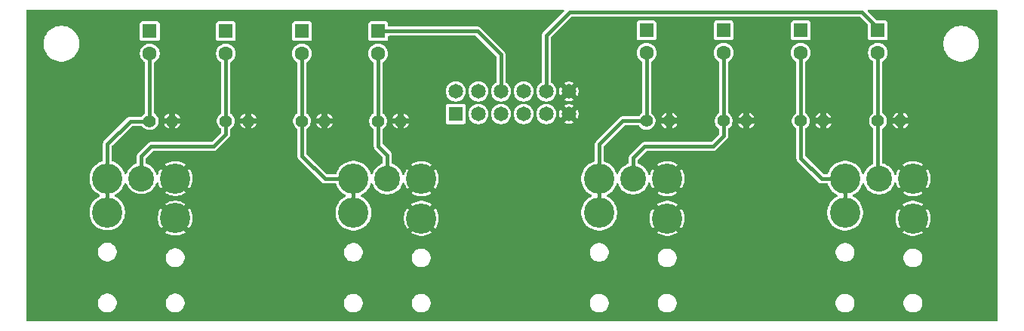
<source format=gbr>
%TF.GenerationSoftware,KiCad,Pcbnew,9.0.0*%
%TF.CreationDate,2025-03-26T11:50:56+11:00*%
%TF.ProjectId,Wing Board 4 XLR MK II,57696e67-2042-46f6-9172-64203420584c,rev?*%
%TF.SameCoordinates,Original*%
%TF.FileFunction,Copper,L2,Bot*%
%TF.FilePolarity,Positive*%
%FSLAX46Y46*%
G04 Gerber Fmt 4.6, Leading zero omitted, Abs format (unit mm)*
G04 Created by KiCad (PCBNEW 9.0.0) date 2025-03-26 11:50:56*
%MOMM*%
%LPD*%
G01*
G04 APERTURE LIST*
%TA.AperFunction,ComponentPad*%
%ADD10C,1.400000*%
%TD*%
%TA.AperFunction,ComponentPad*%
%ADD11O,1.400000X1.400000*%
%TD*%
%TA.AperFunction,ComponentPad*%
%ADD12C,3.400000*%
%TD*%
%TA.AperFunction,ComponentPad*%
%ADD13C,2.900000*%
%TD*%
%TA.AperFunction,ComponentPad*%
%ADD14R,1.600000X1.600000*%
%TD*%
%TA.AperFunction,ComponentPad*%
%ADD15C,1.600000*%
%TD*%
%TA.AperFunction,ComponentPad*%
%ADD16R,1.650000X1.650000*%
%TD*%
%TA.AperFunction,ComponentPad*%
%ADD17C,1.650000*%
%TD*%
%TA.AperFunction,Conductor*%
%ADD18C,0.406400*%
%TD*%
G04 APERTURE END LIST*
D10*
%TO.P,R6,1*%
%TO.N,/XC+*%
X31433432Y-13004800D03*
D11*
%TO.P,R6,2*%
%TO.N,AGND*%
X33973432Y-13004800D03*
%TD*%
D12*
%TO.P,J5,1*%
%TO.N,AGND*%
X17221200Y-23906400D03*
%TO.P,J5,2*%
%TO.N,/XD+*%
X9601200Y-23271400D03*
D13*
%TO.P,J5,3*%
%TO.N,/XD-*%
X13411200Y-19456400D03*
%TD*%
D10*
%TO.P,R8,1*%
%TO.N,/XD+*%
X14342700Y-13004800D03*
D11*
%TO.P,R8,2*%
%TO.N,AGND*%
X16882700Y-13004800D03*
%TD*%
D10*
%TO.P,R5,1*%
%TO.N,/XC-*%
X39978800Y-13004800D03*
D11*
%TO.P,R5,2*%
%TO.N,AGND*%
X42518800Y-13004800D03*
%TD*%
D14*
%TO.P,C8,1*%
%TO.N,/D+*%
X14366667Y-2910200D03*
D15*
%TO.P,C8,2*%
%TO.N,/XD+*%
X14366667Y-5410200D03*
%TD*%
D14*
%TO.P,C5,1*%
%TO.N,/C-*%
X39984467Y-2910200D03*
D15*
%TO.P,C5,2*%
%TO.N,/XC-*%
X39984467Y-5410200D03*
%TD*%
D14*
%TO.P,C7,1*%
%TO.N,/D-*%
X22905933Y-2910200D03*
D15*
%TO.P,C7,2*%
%TO.N,/XD-*%
X22905933Y-5410200D03*
%TD*%
D10*
%TO.P,R2,1*%
%TO.N,/XA+*%
X87409066Y-12979400D03*
D11*
%TO.P,R2,2*%
%TO.N,AGND*%
X89949066Y-12979400D03*
%TD*%
D14*
%TO.P,C3,1*%
%TO.N,/B-*%
X78756933Y-2834000D03*
D15*
%TO.P,C3,2*%
%TO.N,/XB-*%
X78756933Y-5334000D03*
%TD*%
D14*
%TO.P,C6,1*%
%TO.N,/C+*%
X31445199Y-2910200D03*
D15*
%TO.P,C6,2*%
%TO.N,/XC+*%
X31445199Y-5410200D03*
%TD*%
D12*
%TO.P,J2,1*%
%TO.N,AGND*%
X99999800Y-23926800D03*
%TO.P,J2,2*%
%TO.N,/XA+*%
X92379800Y-23291800D03*
D13*
%TO.P,J2,3*%
%TO.N,/XA-*%
X96189800Y-19476800D03*
%TD*%
D12*
%TO.P,J4,1*%
%TO.N,AGND*%
X44831000Y-23926800D03*
%TO.P,J4,2*%
%TO.N,/XC+*%
X37211000Y-23291800D03*
D13*
%TO.P,J4,3*%
%TO.N,/XC-*%
X41021000Y-19476800D03*
%TD*%
D16*
%TO.P,J1,1,Pin_1*%
%TO.N,V+*%
X48691800Y-12217400D03*
D17*
%TO.P,J1,2,Pin_2*%
%TO.N,V-*%
X48691800Y-9677400D03*
%TO.P,J1,3,Pin_3*%
%TO.N,/D+*%
X51231800Y-12217400D03*
%TO.P,J1,4,Pin_4*%
%TO.N,/D-*%
X51231800Y-9677400D03*
%TO.P,J1,5,Pin_5*%
%TO.N,/C+*%
X53771800Y-12217400D03*
%TO.P,J1,6,Pin_6*%
%TO.N,/C-*%
X53771800Y-9677400D03*
%TO.P,J1,7,Pin_7*%
%TO.N,/B+*%
X56311800Y-12217400D03*
%TO.P,J1,8,Pin_8*%
%TO.N,/B-*%
X56311800Y-9677400D03*
%TO.P,J1,9,Pin_9*%
%TO.N,/A+*%
X58851800Y-12217400D03*
%TO.P,J1,10,Pin_10*%
%TO.N,/A-*%
X58851800Y-9677400D03*
%TO.P,J1,11,Pin_11*%
%TO.N,AGND*%
X61391800Y-12217400D03*
%TO.P,J1,12,Pin_12*%
X61391800Y-9677400D03*
%TD*%
D10*
%TO.P,R4,1*%
%TO.N,/XB+*%
X70103200Y-12979400D03*
D11*
%TO.P,R4,2*%
%TO.N,AGND*%
X72643200Y-12979400D03*
%TD*%
D10*
%TO.P,R1,1*%
%TO.N,/XA-*%
X96062000Y-12979400D03*
D11*
%TO.P,R1,2*%
%TO.N,AGND*%
X98602000Y-12979400D03*
%TD*%
D14*
%TO.P,C2,1*%
%TO.N,/A+*%
X87409866Y-2834000D03*
D15*
%TO.P,C2,2*%
%TO.N,/XA+*%
X87409866Y-5334000D03*
%TD*%
D14*
%TO.P,C4,1*%
%TO.N,/B+*%
X70104000Y-2834000D03*
D15*
%TO.P,C4,2*%
%TO.N,/XB+*%
X70104000Y-5334000D03*
%TD*%
D10*
%TO.P,R7,1*%
%TO.N,/XD-*%
X22888066Y-13004800D03*
D11*
%TO.P,R7,2*%
%TO.N,AGND*%
X25428066Y-13004800D03*
%TD*%
D10*
%TO.P,R3,1*%
%TO.N,/XB-*%
X78756133Y-12979400D03*
D11*
%TO.P,R3,2*%
%TO.N,AGND*%
X81296133Y-12979400D03*
%TD*%
D14*
%TO.P,C1,1*%
%TO.N,/A-*%
X96062800Y-2834000D03*
D15*
%TO.P,C1,2*%
%TO.N,/XA-*%
X96062800Y-5334000D03*
%TD*%
D12*
%TO.P,J3,1*%
%TO.N,AGND*%
X72415400Y-23926800D03*
%TO.P,J3,2*%
%TO.N,/XB+*%
X64795400Y-23291800D03*
D13*
%TO.P,J3,3*%
%TO.N,/XB-*%
X68605400Y-19476800D03*
%TD*%
D12*
%TO.P,J9,1*%
%TO.N,AGND*%
X99999800Y-19481800D03*
%TO.P,J9,2*%
%TO.N,/XA+*%
X92379800Y-19481800D03*
D13*
%TO.P,J9,3*%
%TO.N,/XA-*%
X96189800Y-19481800D03*
%TD*%
D12*
%TO.P,J6,1*%
%TO.N,AGND*%
X17221200Y-19456400D03*
%TO.P,J6,2*%
%TO.N,/XD+*%
X9601200Y-19456400D03*
D13*
%TO.P,J6,3*%
%TO.N,/XD-*%
X13411200Y-19456400D03*
%TD*%
D12*
%TO.P,J8,1*%
%TO.N,AGND*%
X72415400Y-19481800D03*
%TO.P,J8,2*%
%TO.N,/XB+*%
X64795400Y-19481800D03*
D13*
%TO.P,J8,3*%
%TO.N,/XB-*%
X68605400Y-19481800D03*
%TD*%
D12*
%TO.P,J7,1*%
%TO.N,AGND*%
X44831000Y-19481800D03*
%TO.P,J7,2*%
%TO.N,/XC+*%
X37211000Y-19481800D03*
D13*
%TO.P,J7,3*%
%TO.N,/XC-*%
X41021000Y-19481800D03*
%TD*%
D18*
%TO.N,/XD+*%
X9601200Y-19456400D02*
X9601200Y-23271400D01*
X12192000Y-13004800D02*
X9601200Y-15595600D01*
X9601200Y-15595600D02*
X9601200Y-19456400D01*
X14342700Y-13004800D02*
X12192000Y-13004800D01*
X14366667Y-5410200D02*
X14366667Y-12980833D01*
%TO.N,/XD-*%
X22905933Y-5410200D02*
X22905933Y-12986933D01*
X21488400Y-15849600D02*
X14528800Y-15849600D01*
X22888066Y-14449934D02*
X21488400Y-15849600D01*
X13411200Y-16967200D02*
X13411200Y-19456400D01*
X22888066Y-13004800D02*
X22888066Y-14449934D01*
X14528800Y-15849600D02*
X13411200Y-16967200D01*
%TO.N,/XC+*%
X34010600Y-19481800D02*
X37211000Y-19481800D01*
X31433432Y-16904632D02*
X34010600Y-19481800D01*
X31445199Y-5410200D02*
X31445199Y-12993033D01*
X37211000Y-19481800D02*
X37211000Y-23291734D01*
X31433432Y-13004800D02*
X31433432Y-16904632D01*
%TO.N,/XB+*%
X67437000Y-12979400D02*
X64820800Y-15595600D01*
X70104000Y-5334000D02*
X70104000Y-12978600D01*
X64820800Y-15595600D02*
X64820800Y-19481800D01*
X70103200Y-12979400D02*
X67437000Y-12979400D01*
X64820800Y-19481800D02*
X64820800Y-23266532D01*
%TO.N,/XC-*%
X41021000Y-16814800D02*
X40005000Y-15798800D01*
X39984467Y-5410200D02*
X39984467Y-12999133D01*
X41021000Y-19481800D02*
X41021000Y-16814800D01*
X40005000Y-15798800D02*
X40005000Y-13031000D01*
%TO.N,/XA-*%
X96062000Y-12979400D02*
X96062000Y-19348800D01*
X96062800Y-5334000D02*
X96062800Y-12978600D01*
%TO.N,/XB-*%
X78756133Y-12979400D02*
X78756133Y-14665067D01*
X77546200Y-15875000D02*
X69875400Y-15875000D01*
X68605532Y-17144868D02*
X68605532Y-19476800D01*
X78756933Y-5334000D02*
X78756933Y-12978600D01*
X69875400Y-15875000D02*
X68605532Y-17144868D01*
X78756133Y-14665067D02*
X77546200Y-15875000D01*
%TO.N,/XA+*%
X92380000Y-19482000D02*
X92380000Y-23291800D01*
X87409066Y-12979400D02*
X87409066Y-17152666D01*
X87409866Y-5334000D02*
X87409866Y-12978600D01*
X87409066Y-17152666D02*
X89738200Y-19481800D01*
X89738200Y-19481800D02*
X92379800Y-19481800D01*
%TO.N,/C-*%
X53771800Y-5537200D02*
X51155600Y-2921000D01*
X53771800Y-9677400D02*
X53771800Y-5537200D01*
X51155600Y-2921000D02*
X39995267Y-2921000D01*
%TO.N,/A-*%
X96062800Y-2540000D02*
X94284800Y-762000D01*
X94284800Y-762000D02*
X61493400Y-762000D01*
X61493400Y-762000D02*
X58851800Y-3403600D01*
X58851800Y-3403600D02*
X58851800Y-9677400D01*
%TD*%
%TA.AperFunction,Conductor*%
%TO.N,AGND*%
G36*
X60803450Y-520185D02*
G01*
X60849205Y-572989D01*
X60859149Y-642147D01*
X60830124Y-705703D01*
X60824092Y-712181D01*
X58444901Y-3091370D01*
X58444899Y-3091373D01*
X58429945Y-3117274D01*
X58412614Y-3147291D01*
X58377953Y-3207324D01*
X58343300Y-3336655D01*
X58343300Y-8591941D01*
X58323615Y-8658980D01*
X58275596Y-8702425D01*
X58259396Y-8710679D01*
X58187426Y-8762968D01*
X58115459Y-8815256D01*
X58115457Y-8815258D01*
X58115456Y-8815258D01*
X57989658Y-8941056D01*
X57989658Y-8941057D01*
X57989656Y-8941059D01*
X57944745Y-9002873D01*
X57885081Y-9084993D01*
X57804308Y-9243517D01*
X57749332Y-9412719D01*
X57721500Y-9588443D01*
X57721500Y-9766356D01*
X57749332Y-9942080D01*
X57804308Y-10111282D01*
X57840432Y-10182178D01*
X57885081Y-10269806D01*
X57989656Y-10413741D01*
X58115459Y-10539544D01*
X58259394Y-10644119D01*
X58417915Y-10724890D01*
X58417917Y-10724891D01*
X58502518Y-10752379D01*
X58587121Y-10779868D01*
X58762843Y-10807700D01*
X58762844Y-10807700D01*
X58940756Y-10807700D01*
X58940757Y-10807700D01*
X59116479Y-10779868D01*
X59285685Y-10724890D01*
X59444206Y-10644119D01*
X59588141Y-10539544D01*
X59713944Y-10413741D01*
X59818519Y-10269806D01*
X59899290Y-10111285D01*
X59954268Y-9942079D01*
X59982100Y-9766357D01*
X59982100Y-9592481D01*
X60312800Y-9592481D01*
X60312800Y-9762318D01*
X60339368Y-9930066D01*
X60391853Y-10091596D01*
X60438007Y-10182177D01*
X60847839Y-9772347D01*
X60879282Y-9889692D01*
X60951690Y-10015108D01*
X61054092Y-10117510D01*
X61179508Y-10189918D01*
X61296851Y-10221360D01*
X60887020Y-10631190D01*
X60977609Y-10677347D01*
X61139133Y-10729831D01*
X61306882Y-10756400D01*
X61476718Y-10756400D01*
X61644466Y-10729831D01*
X61805993Y-10677346D01*
X61805997Y-10677345D01*
X61896578Y-10631190D01*
X61486749Y-10221360D01*
X61604092Y-10189918D01*
X61729508Y-10117510D01*
X61831910Y-10015108D01*
X61904318Y-9889692D01*
X61935760Y-9772348D01*
X62345590Y-10182178D01*
X62391745Y-10091597D01*
X62391746Y-10091593D01*
X62444231Y-9930066D01*
X62470800Y-9762318D01*
X62470800Y-9592481D01*
X62444231Y-9424733D01*
X62391747Y-9263209D01*
X62345590Y-9172620D01*
X61935760Y-9582450D01*
X61904318Y-9465108D01*
X61831910Y-9339692D01*
X61729508Y-9237290D01*
X61604092Y-9164882D01*
X61486748Y-9133439D01*
X61896578Y-8723608D01*
X61805996Y-8677453D01*
X61644466Y-8624968D01*
X61476718Y-8598400D01*
X61306882Y-8598400D01*
X61139132Y-8624969D01*
X61139129Y-8624969D01*
X60977610Y-8677450D01*
X60887021Y-8723608D01*
X61296852Y-9133439D01*
X61179508Y-9164882D01*
X61054092Y-9237290D01*
X60951690Y-9339692D01*
X60879282Y-9465108D01*
X60847839Y-9582452D01*
X60438008Y-9172621D01*
X60391850Y-9263210D01*
X60339369Y-9424729D01*
X60339369Y-9424732D01*
X60312800Y-9592481D01*
X59982100Y-9592481D01*
X59982100Y-9588443D01*
X59954268Y-9412721D01*
X59926779Y-9328118D01*
X59899291Y-9243517D01*
X59818518Y-9084993D01*
X59713944Y-8941059D01*
X59588141Y-8815256D01*
X59444206Y-8710681D01*
X59444205Y-8710680D01*
X59444203Y-8710679D01*
X59428004Y-8702425D01*
X59377208Y-8654450D01*
X59360300Y-8591941D01*
X59360300Y-4186872D01*
X103409499Y-4186872D01*
X103409499Y-4449127D01*
X103425035Y-4567124D01*
X103443729Y-4709116D01*
X103511601Y-4962420D01*
X103511604Y-4962427D01*
X103611954Y-5204693D01*
X103611959Y-5204704D01*
X103743071Y-5431795D01*
X103743082Y-5431811D01*
X103902715Y-5639850D01*
X103902721Y-5639857D01*
X104088142Y-5825278D01*
X104088149Y-5825284D01*
X104236287Y-5938954D01*
X104296197Y-5984924D01*
X104296204Y-5984928D01*
X104523295Y-6116040D01*
X104523300Y-6116042D01*
X104523303Y-6116044D01*
X104765580Y-6216399D01*
X105018884Y-6284271D01*
X105278880Y-6318501D01*
X105278887Y-6318501D01*
X105541113Y-6318501D01*
X105541120Y-6318501D01*
X105801116Y-6284271D01*
X106054420Y-6216399D01*
X106296697Y-6116044D01*
X106523803Y-5984924D01*
X106731852Y-5825283D01*
X106917283Y-5639852D01*
X107076924Y-5431803D01*
X107208044Y-5204697D01*
X107308399Y-4962420D01*
X107376271Y-4709116D01*
X107410501Y-4449120D01*
X107410501Y-4186880D01*
X107376271Y-3926884D01*
X107308399Y-3673580D01*
X107208044Y-3431303D01*
X107208042Y-3431300D01*
X107208040Y-3431295D01*
X107076928Y-3204204D01*
X107076924Y-3204197D01*
X106990354Y-3091376D01*
X106917284Y-2996149D01*
X106917278Y-2996142D01*
X106731857Y-2810721D01*
X106731850Y-2810715D01*
X106523811Y-2651082D01*
X106523809Y-2651080D01*
X106523803Y-2651076D01*
X106523798Y-2651073D01*
X106523795Y-2651071D01*
X106296704Y-2519959D01*
X106296693Y-2519954D01*
X106054427Y-2419604D01*
X106054428Y-2419604D01*
X106054420Y-2419601D01*
X106027918Y-2412500D01*
X105954452Y-2392815D01*
X105801116Y-2351729D01*
X105757662Y-2346008D01*
X105541127Y-2317499D01*
X105541120Y-2317499D01*
X105278880Y-2317499D01*
X105278872Y-2317499D01*
X105031402Y-2350080D01*
X105018884Y-2351729D01*
X104934449Y-2374353D01*
X104765586Y-2419599D01*
X104765572Y-2419604D01*
X104523306Y-2519954D01*
X104523295Y-2519959D01*
X104296204Y-2651071D01*
X104296188Y-2651082D01*
X104088149Y-2810715D01*
X104088142Y-2810721D01*
X103902721Y-2996142D01*
X103902715Y-2996149D01*
X103743082Y-3204188D01*
X103743071Y-3204204D01*
X103611959Y-3431295D01*
X103611954Y-3431306D01*
X103511604Y-3673572D01*
X103511599Y-3673586D01*
X103489576Y-3755778D01*
X103454758Y-3885725D01*
X103443730Y-3926881D01*
X103443728Y-3926892D01*
X103409499Y-4186872D01*
X59360300Y-4186872D01*
X59360300Y-3665589D01*
X59379985Y-3598550D01*
X59396619Y-3577908D01*
X60986108Y-1988419D01*
X68998700Y-1988419D01*
X68998700Y-3679571D01*
X68998702Y-3679594D01*
X69001661Y-3705106D01*
X69001662Y-3705109D01*
X69047765Y-3809524D01*
X69047766Y-3809525D01*
X69128475Y-3890234D01*
X69232891Y-3936338D01*
X69258421Y-3939300D01*
X70949578Y-3939299D01*
X70975109Y-3936338D01*
X71079525Y-3890234D01*
X71160234Y-3809525D01*
X71206338Y-3705109D01*
X71209300Y-3679579D01*
X71209299Y-1988422D01*
X71209299Y-1988419D01*
X77651633Y-1988419D01*
X77651633Y-3679571D01*
X77651635Y-3679594D01*
X77654594Y-3705106D01*
X77654595Y-3705109D01*
X77700698Y-3809524D01*
X77700699Y-3809525D01*
X77781408Y-3890234D01*
X77885824Y-3936338D01*
X77911354Y-3939300D01*
X79602511Y-3939299D01*
X79628042Y-3936338D01*
X79732458Y-3890234D01*
X79813167Y-3809525D01*
X79859271Y-3705109D01*
X79862233Y-3679579D01*
X79862232Y-1988422D01*
X79862232Y-1988419D01*
X86304566Y-1988419D01*
X86304566Y-3679571D01*
X86304568Y-3679594D01*
X86307527Y-3705106D01*
X86307528Y-3705109D01*
X86353631Y-3809524D01*
X86353632Y-3809525D01*
X86434341Y-3890234D01*
X86538757Y-3936338D01*
X86564287Y-3939300D01*
X88255444Y-3939299D01*
X88280975Y-3936338D01*
X88385391Y-3890234D01*
X88466100Y-3809525D01*
X88512204Y-3705109D01*
X88515166Y-3679579D01*
X88515165Y-1988422D01*
X88512204Y-1962891D01*
X88466100Y-1858475D01*
X88385391Y-1777766D01*
X88385389Y-1777765D01*
X88280976Y-1731662D01*
X88255445Y-1728700D01*
X86564294Y-1728700D01*
X86564271Y-1728702D01*
X86538759Y-1731661D01*
X86538756Y-1731662D01*
X86434341Y-1777765D01*
X86353632Y-1858474D01*
X86307528Y-1962888D01*
X86307528Y-1962890D01*
X86304566Y-1988419D01*
X79862232Y-1988419D01*
X79862232Y-1988416D01*
X79859271Y-1962893D01*
X79859271Y-1962891D01*
X79813167Y-1858475D01*
X79732458Y-1777766D01*
X79732456Y-1777765D01*
X79628043Y-1731662D01*
X79602512Y-1728700D01*
X77911361Y-1728700D01*
X77911338Y-1728702D01*
X77885826Y-1731661D01*
X77885823Y-1731662D01*
X77781408Y-1777765D01*
X77700699Y-1858474D01*
X77654595Y-1962888D01*
X77654595Y-1962890D01*
X77651633Y-1988419D01*
X71209299Y-1988419D01*
X71209299Y-1988416D01*
X71206338Y-1962893D01*
X71206338Y-1962891D01*
X71160234Y-1858475D01*
X71079525Y-1777766D01*
X71079523Y-1777765D01*
X70975110Y-1731662D01*
X70949579Y-1728700D01*
X69258428Y-1728700D01*
X69258405Y-1728702D01*
X69232893Y-1731661D01*
X69232890Y-1731662D01*
X69128475Y-1777765D01*
X69047766Y-1858474D01*
X69001662Y-1962888D01*
X69001662Y-1962890D01*
X68998700Y-1988419D01*
X60986108Y-1988419D01*
X61667708Y-1306819D01*
X61729031Y-1273334D01*
X61755389Y-1270500D01*
X94022810Y-1270500D01*
X94089849Y-1290185D01*
X94110491Y-1306819D01*
X94921181Y-2117508D01*
X94954666Y-2178831D01*
X94957500Y-2205189D01*
X94957500Y-3679571D01*
X94957502Y-3679594D01*
X94960461Y-3705106D01*
X94960462Y-3705109D01*
X95006565Y-3809524D01*
X95006566Y-3809525D01*
X95087275Y-3890234D01*
X95191691Y-3936338D01*
X95217221Y-3939300D01*
X96908378Y-3939299D01*
X96933909Y-3936338D01*
X97038325Y-3890234D01*
X97119034Y-3809525D01*
X97165138Y-3705109D01*
X97168100Y-3679579D01*
X97168099Y-1988422D01*
X97165138Y-1962891D01*
X97119034Y-1858475D01*
X97038325Y-1777766D01*
X97038323Y-1777765D01*
X96933910Y-1731662D01*
X96908380Y-1728700D01*
X96908379Y-1728700D01*
X96021989Y-1728700D01*
X95954950Y-1709015D01*
X95934308Y-1692381D01*
X94954109Y-712181D01*
X94920624Y-650858D01*
X94925608Y-581166D01*
X94967480Y-525233D01*
X95032944Y-500816D01*
X95041790Y-500500D01*
X109375447Y-500500D01*
X109442486Y-520185D01*
X109488241Y-572989D01*
X109499447Y-624500D01*
X109499447Y-35370700D01*
X109479762Y-35437739D01*
X109426958Y-35483494D01*
X109375447Y-35494700D01*
X624500Y-35494700D01*
X557461Y-35475015D01*
X511706Y-35422211D01*
X500500Y-35370700D01*
X500500Y-33322930D01*
X8550700Y-33322930D01*
X8550700Y-33529869D01*
X8591068Y-33732812D01*
X8591070Y-33732820D01*
X8670259Y-33923998D01*
X8687231Y-33949398D01*
X8785224Y-34096057D01*
X8931542Y-34242375D01*
X8931545Y-34242377D01*
X9103602Y-34357341D01*
X9294780Y-34436530D01*
X9497730Y-34476899D01*
X9497734Y-34476900D01*
X9497735Y-34476900D01*
X9704666Y-34476900D01*
X9704667Y-34476899D01*
X9907620Y-34436530D01*
X10098798Y-34357341D01*
X10270855Y-34242377D01*
X10417177Y-34096055D01*
X10532141Y-33923998D01*
X10611330Y-33732820D01*
X10651700Y-33529865D01*
X10651700Y-33327930D01*
X16170700Y-33327930D01*
X16170700Y-33534869D01*
X16210075Y-33732820D01*
X16211070Y-33737820D01*
X16290259Y-33928998D01*
X16303890Y-33949398D01*
X16405224Y-34101057D01*
X16551542Y-34247375D01*
X16551545Y-34247377D01*
X16723602Y-34362341D01*
X16914780Y-34441530D01*
X17092593Y-34476899D01*
X17117730Y-34481899D01*
X17117734Y-34481900D01*
X17117735Y-34481900D01*
X17324666Y-34481900D01*
X17324667Y-34481899D01*
X17527620Y-34441530D01*
X17718798Y-34362341D01*
X17890855Y-34247377D01*
X18037177Y-34101055D01*
X18152141Y-33928998D01*
X18231330Y-33737820D01*
X18271700Y-33534865D01*
X18271700Y-33348330D01*
X36160500Y-33348330D01*
X36160500Y-33555269D01*
X36200868Y-33758212D01*
X36200870Y-33758220D01*
X36280058Y-33949396D01*
X36395024Y-34121457D01*
X36541342Y-34267775D01*
X36541345Y-34267777D01*
X36713402Y-34382741D01*
X36904580Y-34461930D01*
X37107530Y-34502299D01*
X37107534Y-34502300D01*
X37107535Y-34502300D01*
X37314466Y-34502300D01*
X37314467Y-34502299D01*
X37517420Y-34461930D01*
X37708598Y-34382741D01*
X37880655Y-34267777D01*
X38026977Y-34121455D01*
X38141941Y-33949398D01*
X38221130Y-33758220D01*
X38261500Y-33555265D01*
X38261500Y-33348335D01*
X38261499Y-33348330D01*
X43780500Y-33348330D01*
X43780500Y-33555269D01*
X43820868Y-33758212D01*
X43820870Y-33758220D01*
X43900058Y-33949396D01*
X44015024Y-34121457D01*
X44161342Y-34267775D01*
X44161345Y-34267777D01*
X44333402Y-34382741D01*
X44524580Y-34461930D01*
X44727530Y-34502299D01*
X44727534Y-34502300D01*
X44727535Y-34502300D01*
X44934466Y-34502300D01*
X44934467Y-34502299D01*
X45137420Y-34461930D01*
X45328598Y-34382741D01*
X45500655Y-34267777D01*
X45646977Y-34121455D01*
X45761941Y-33949398D01*
X45841130Y-33758220D01*
X45881500Y-33555265D01*
X45881500Y-33348335D01*
X45881499Y-33348330D01*
X63744900Y-33348330D01*
X63744900Y-33555269D01*
X63785268Y-33758212D01*
X63785270Y-33758220D01*
X63864458Y-33949396D01*
X63979424Y-34121457D01*
X64125742Y-34267775D01*
X64125745Y-34267777D01*
X64297802Y-34382741D01*
X64488980Y-34461930D01*
X64691930Y-34502299D01*
X64691934Y-34502300D01*
X64691935Y-34502300D01*
X64898866Y-34502300D01*
X64898867Y-34502299D01*
X65101820Y-34461930D01*
X65292998Y-34382741D01*
X65465055Y-34267777D01*
X65611377Y-34121455D01*
X65726341Y-33949398D01*
X65805530Y-33758220D01*
X65845900Y-33555265D01*
X65845900Y-33348335D01*
X65845899Y-33348330D01*
X71364900Y-33348330D01*
X71364900Y-33555269D01*
X71405268Y-33758212D01*
X71405270Y-33758220D01*
X71484458Y-33949396D01*
X71599424Y-34121457D01*
X71745742Y-34267775D01*
X71745745Y-34267777D01*
X71917802Y-34382741D01*
X72108980Y-34461930D01*
X72311930Y-34502299D01*
X72311934Y-34502300D01*
X72311935Y-34502300D01*
X72518866Y-34502300D01*
X72518867Y-34502299D01*
X72721820Y-34461930D01*
X72912998Y-34382741D01*
X73085055Y-34267777D01*
X73231377Y-34121455D01*
X73346341Y-33949398D01*
X73425530Y-33758220D01*
X73465900Y-33555265D01*
X73465900Y-33348335D01*
X73465899Y-33348330D01*
X91329300Y-33348330D01*
X91329300Y-33555269D01*
X91369668Y-33758212D01*
X91369670Y-33758220D01*
X91448858Y-33949396D01*
X91563824Y-34121457D01*
X91710142Y-34267775D01*
X91710145Y-34267777D01*
X91882202Y-34382741D01*
X92073380Y-34461930D01*
X92276330Y-34502299D01*
X92276334Y-34502300D01*
X92276335Y-34502300D01*
X92483266Y-34502300D01*
X92483267Y-34502299D01*
X92686220Y-34461930D01*
X92877398Y-34382741D01*
X93049455Y-34267777D01*
X93195777Y-34121455D01*
X93310741Y-33949398D01*
X93389930Y-33758220D01*
X93430300Y-33555265D01*
X93430300Y-33348335D01*
X93430299Y-33348330D01*
X98949300Y-33348330D01*
X98949300Y-33555269D01*
X98989668Y-33758212D01*
X98989670Y-33758220D01*
X99068858Y-33949396D01*
X99183824Y-34121457D01*
X99330142Y-34267775D01*
X99330145Y-34267777D01*
X99502202Y-34382741D01*
X99693380Y-34461930D01*
X99896330Y-34502299D01*
X99896334Y-34502300D01*
X99896335Y-34502300D01*
X100103266Y-34502300D01*
X100103267Y-34502299D01*
X100306220Y-34461930D01*
X100497398Y-34382741D01*
X100669455Y-34267777D01*
X100815777Y-34121455D01*
X100930741Y-33949398D01*
X101009930Y-33758220D01*
X101050300Y-33555265D01*
X101050300Y-33348335D01*
X101009930Y-33145380D01*
X100930741Y-32954202D01*
X100815777Y-32782145D01*
X100815775Y-32782142D01*
X100669457Y-32635824D01*
X100583426Y-32578341D01*
X100497398Y-32520859D01*
X100448148Y-32500459D01*
X100306220Y-32441670D01*
X100306212Y-32441668D01*
X100103269Y-32401300D01*
X100103265Y-32401300D01*
X99896335Y-32401300D01*
X99896330Y-32401300D01*
X99693387Y-32441668D01*
X99693379Y-32441670D01*
X99502203Y-32520858D01*
X99330142Y-32635824D01*
X99183824Y-32782142D01*
X99068858Y-32954203D01*
X98989670Y-33145379D01*
X98989668Y-33145387D01*
X98949300Y-33348330D01*
X93430299Y-33348330D01*
X93389930Y-33145380D01*
X93310741Y-32954202D01*
X93195777Y-32782145D01*
X93195775Y-32782142D01*
X93049457Y-32635824D01*
X92963426Y-32578341D01*
X92877398Y-32520859D01*
X92828148Y-32500459D01*
X92686220Y-32441670D01*
X92686212Y-32441668D01*
X92483269Y-32401300D01*
X92483265Y-32401300D01*
X92276335Y-32401300D01*
X92276330Y-32401300D01*
X92073387Y-32441668D01*
X92073379Y-32441670D01*
X91882203Y-32520858D01*
X91710142Y-32635824D01*
X91563824Y-32782142D01*
X91448858Y-32954203D01*
X91369670Y-33145379D01*
X91369668Y-33145387D01*
X91329300Y-33348330D01*
X73465899Y-33348330D01*
X73425530Y-33145380D01*
X73346341Y-32954202D01*
X73231377Y-32782145D01*
X73231375Y-32782142D01*
X73085057Y-32635824D01*
X72999026Y-32578341D01*
X72912998Y-32520859D01*
X72863748Y-32500459D01*
X72721820Y-32441670D01*
X72721812Y-32441668D01*
X72518869Y-32401300D01*
X72518865Y-32401300D01*
X72311935Y-32401300D01*
X72311930Y-32401300D01*
X72108987Y-32441668D01*
X72108979Y-32441670D01*
X71917803Y-32520858D01*
X71745742Y-32635824D01*
X71599424Y-32782142D01*
X71484458Y-32954203D01*
X71405270Y-33145379D01*
X71405268Y-33145387D01*
X71364900Y-33348330D01*
X65845899Y-33348330D01*
X65805530Y-33145380D01*
X65726341Y-32954202D01*
X65611377Y-32782145D01*
X65611375Y-32782142D01*
X65465057Y-32635824D01*
X65379026Y-32578341D01*
X65292998Y-32520859D01*
X65243748Y-32500459D01*
X65101820Y-32441670D01*
X65101812Y-32441668D01*
X64898869Y-32401300D01*
X64898865Y-32401300D01*
X64691935Y-32401300D01*
X64691930Y-32401300D01*
X64488987Y-32441668D01*
X64488979Y-32441670D01*
X64297803Y-32520858D01*
X64125742Y-32635824D01*
X63979424Y-32782142D01*
X63864458Y-32954203D01*
X63785270Y-33145379D01*
X63785268Y-33145387D01*
X63744900Y-33348330D01*
X45881499Y-33348330D01*
X45841130Y-33145380D01*
X45761941Y-32954202D01*
X45646977Y-32782145D01*
X45646975Y-32782142D01*
X45500657Y-32635824D01*
X45414626Y-32578341D01*
X45328598Y-32520859D01*
X45279348Y-32500459D01*
X45137420Y-32441670D01*
X45137412Y-32441668D01*
X44934469Y-32401300D01*
X44934465Y-32401300D01*
X44727535Y-32401300D01*
X44727530Y-32401300D01*
X44524587Y-32441668D01*
X44524579Y-32441670D01*
X44333403Y-32520858D01*
X44161342Y-32635824D01*
X44015024Y-32782142D01*
X43900058Y-32954203D01*
X43820870Y-33145379D01*
X43820868Y-33145387D01*
X43780500Y-33348330D01*
X38261499Y-33348330D01*
X38221130Y-33145380D01*
X38141941Y-32954202D01*
X38026977Y-32782145D01*
X38026975Y-32782142D01*
X37880657Y-32635824D01*
X37794626Y-32578341D01*
X37708598Y-32520859D01*
X37659348Y-32500459D01*
X37517420Y-32441670D01*
X37517412Y-32441668D01*
X37314469Y-32401300D01*
X37314465Y-32401300D01*
X37107535Y-32401300D01*
X37107530Y-32401300D01*
X36904587Y-32441668D01*
X36904579Y-32441670D01*
X36713403Y-32520858D01*
X36541342Y-32635824D01*
X36395024Y-32782142D01*
X36280058Y-32954203D01*
X36200870Y-33145379D01*
X36200868Y-33145387D01*
X36160500Y-33348330D01*
X18271700Y-33348330D01*
X18271700Y-33327935D01*
X18231330Y-33124980D01*
X18152141Y-32933802D01*
X18037177Y-32761745D01*
X18037175Y-32761742D01*
X17890857Y-32615424D01*
X17749327Y-32520858D01*
X17718798Y-32500459D01*
X17527620Y-32421270D01*
X17527612Y-32421268D01*
X17324669Y-32380900D01*
X17324665Y-32380900D01*
X17117735Y-32380900D01*
X17117730Y-32380900D01*
X16914787Y-32421268D01*
X16914779Y-32421270D01*
X16723603Y-32500458D01*
X16551542Y-32615424D01*
X16405224Y-32761742D01*
X16290258Y-32933803D01*
X16211070Y-33124979D01*
X16211068Y-33124987D01*
X16170700Y-33327930D01*
X10651700Y-33327930D01*
X10651700Y-33322935D01*
X10611330Y-33119980D01*
X10532141Y-32928802D01*
X10417177Y-32756745D01*
X10417175Y-32756742D01*
X10270857Y-32610424D01*
X10136812Y-32520859D01*
X10098798Y-32495459D01*
X9907620Y-32416270D01*
X9907612Y-32416268D01*
X9704669Y-32375900D01*
X9704665Y-32375900D01*
X9497735Y-32375900D01*
X9497730Y-32375900D01*
X9294787Y-32416268D01*
X9294779Y-32416270D01*
X9103603Y-32495458D01*
X8931542Y-32610424D01*
X8785224Y-32756742D01*
X8670258Y-32928803D01*
X8591070Y-33119979D01*
X8591068Y-33119987D01*
X8550700Y-33322930D01*
X500500Y-33322930D01*
X500500Y-27612930D01*
X8550700Y-27612930D01*
X8550700Y-27819869D01*
X8561508Y-27874202D01*
X8591070Y-28022820D01*
X8670259Y-28213998D01*
X8689594Y-28242935D01*
X8785224Y-28386057D01*
X8931542Y-28532375D01*
X8931545Y-28532377D01*
X9103602Y-28647341D01*
X9294780Y-28726530D01*
X9497730Y-28766899D01*
X9497734Y-28766900D01*
X9497735Y-28766900D01*
X9704666Y-28766900D01*
X9704667Y-28766899D01*
X9907620Y-28726530D01*
X10098798Y-28647341D01*
X10270855Y-28532377D01*
X10417177Y-28386055D01*
X10512809Y-28242930D01*
X16170700Y-28242930D01*
X16170700Y-28449869D01*
X16191170Y-28552777D01*
X16211070Y-28652820D01*
X16290259Y-28843998D01*
X16307231Y-28869398D01*
X16405224Y-29016057D01*
X16551542Y-29162375D01*
X16551545Y-29162377D01*
X16723602Y-29277341D01*
X16914780Y-29356530D01*
X17117730Y-29396899D01*
X17117734Y-29396900D01*
X17117735Y-29396900D01*
X17324666Y-29396900D01*
X17324667Y-29396899D01*
X17527620Y-29356530D01*
X17718798Y-29277341D01*
X17890855Y-29162377D01*
X18037177Y-29016055D01*
X18152141Y-28843998D01*
X18231330Y-28652820D01*
X18271700Y-28449865D01*
X18271700Y-28242935D01*
X18231330Y-28039980D01*
X18152141Y-27848802D01*
X18152140Y-27848800D01*
X18050132Y-27696133D01*
X18050131Y-27696132D01*
X18037178Y-27676746D01*
X18037174Y-27676741D01*
X17993763Y-27633330D01*
X36160500Y-27633330D01*
X36160500Y-27840269D01*
X36200227Y-28039987D01*
X36200870Y-28043220D01*
X36280059Y-28234398D01*
X36302734Y-28268334D01*
X36395024Y-28406457D01*
X36541342Y-28552775D01*
X36541345Y-28552777D01*
X36713402Y-28667741D01*
X36904580Y-28746930D01*
X37107530Y-28787299D01*
X37107534Y-28787300D01*
X37107535Y-28787300D01*
X37314466Y-28787300D01*
X37314467Y-28787299D01*
X37517420Y-28746930D01*
X37708598Y-28667741D01*
X37880655Y-28552777D01*
X38026977Y-28406455D01*
X38119269Y-28268330D01*
X43780500Y-28268330D01*
X43780500Y-28475269D01*
X43820868Y-28678212D01*
X43820870Y-28678220D01*
X43900058Y-28869396D01*
X44015024Y-29041457D01*
X44161342Y-29187775D01*
X44161345Y-29187777D01*
X44333402Y-29302741D01*
X44524580Y-29381930D01*
X44727530Y-29422299D01*
X44727534Y-29422300D01*
X44727535Y-29422300D01*
X44934466Y-29422300D01*
X44934467Y-29422299D01*
X45137420Y-29381930D01*
X45328598Y-29302741D01*
X45500655Y-29187777D01*
X45646977Y-29041455D01*
X45761941Y-28869398D01*
X45841130Y-28678220D01*
X45881500Y-28475265D01*
X45881500Y-28268335D01*
X45841130Y-28065380D01*
X45761941Y-27874202D01*
X45646977Y-27702145D01*
X45646976Y-27702144D01*
X45646974Y-27702141D01*
X45578163Y-27633330D01*
X63744900Y-27633330D01*
X63744900Y-27840269D01*
X63784627Y-28039987D01*
X63785270Y-28043220D01*
X63864459Y-28234398D01*
X63887134Y-28268334D01*
X63979424Y-28406457D01*
X64125742Y-28552775D01*
X64125745Y-28552777D01*
X64297802Y-28667741D01*
X64488980Y-28746930D01*
X64691930Y-28787299D01*
X64691934Y-28787300D01*
X64691935Y-28787300D01*
X64898866Y-28787300D01*
X64898867Y-28787299D01*
X65101820Y-28746930D01*
X65292998Y-28667741D01*
X65465055Y-28552777D01*
X65611377Y-28406455D01*
X65703669Y-28268330D01*
X71364900Y-28268330D01*
X71364900Y-28475269D01*
X71405268Y-28678212D01*
X71405270Y-28678220D01*
X71484458Y-28869396D01*
X71599424Y-29041457D01*
X71745742Y-29187775D01*
X71745745Y-29187777D01*
X71917802Y-29302741D01*
X72108980Y-29381930D01*
X72311930Y-29422299D01*
X72311934Y-29422300D01*
X72311935Y-29422300D01*
X72518866Y-29422300D01*
X72518867Y-29422299D01*
X72721820Y-29381930D01*
X72912998Y-29302741D01*
X73085055Y-29187777D01*
X73231377Y-29041455D01*
X73346341Y-28869398D01*
X73425530Y-28678220D01*
X73465900Y-28475265D01*
X73465900Y-28268335D01*
X73425530Y-28065380D01*
X73346341Y-27874202D01*
X73231377Y-27702145D01*
X73231376Y-27702144D01*
X73231374Y-27702141D01*
X73162563Y-27633330D01*
X91329300Y-27633330D01*
X91329300Y-27840269D01*
X91369027Y-28039987D01*
X91369670Y-28043220D01*
X91448859Y-28234398D01*
X91471534Y-28268334D01*
X91563824Y-28406457D01*
X91710142Y-28552775D01*
X91710145Y-28552777D01*
X91882202Y-28667741D01*
X92073380Y-28746930D01*
X92276330Y-28787299D01*
X92276334Y-28787300D01*
X92276335Y-28787300D01*
X92483266Y-28787300D01*
X92483267Y-28787299D01*
X92686220Y-28746930D01*
X92877398Y-28667741D01*
X93049455Y-28552777D01*
X93195777Y-28406455D01*
X93288069Y-28268330D01*
X98949300Y-28268330D01*
X98949300Y-28475269D01*
X98989668Y-28678212D01*
X98989670Y-28678220D01*
X99068858Y-28869396D01*
X99183824Y-29041457D01*
X99330142Y-29187775D01*
X99330145Y-29187777D01*
X99502202Y-29302741D01*
X99693380Y-29381930D01*
X99896330Y-29422299D01*
X99896334Y-29422300D01*
X99896335Y-29422300D01*
X100103266Y-29422300D01*
X100103267Y-29422299D01*
X100306220Y-29381930D01*
X100497398Y-29302741D01*
X100669455Y-29187777D01*
X100815777Y-29041455D01*
X100930741Y-28869398D01*
X101009930Y-28678220D01*
X101050300Y-28475265D01*
X101050300Y-28268335D01*
X101009930Y-28065380D01*
X100930741Y-27874202D01*
X100815777Y-27702145D01*
X100815775Y-27702142D01*
X100669457Y-27555824D01*
X100583426Y-27498341D01*
X100497398Y-27440859D01*
X100472097Y-27430379D01*
X100306220Y-27361670D01*
X100306212Y-27361668D01*
X100103269Y-27321300D01*
X100103265Y-27321300D01*
X99896335Y-27321300D01*
X99896330Y-27321300D01*
X99693387Y-27361668D01*
X99693379Y-27361670D01*
X99502203Y-27440858D01*
X99330142Y-27555824D01*
X99183824Y-27702142D01*
X99068858Y-27874203D01*
X98989670Y-28065379D01*
X98989668Y-28065387D01*
X98949300Y-28268330D01*
X93288069Y-28268330D01*
X93310741Y-28234398D01*
X93389930Y-28043220D01*
X93430300Y-27840265D01*
X93430300Y-27633335D01*
X93389930Y-27430380D01*
X93310741Y-27239202D01*
X93195777Y-27067145D01*
X93195775Y-27067142D01*
X93049457Y-26920824D01*
X92963426Y-26863341D01*
X92877398Y-26805859D01*
X92828148Y-26785459D01*
X92686220Y-26726670D01*
X92686212Y-26726668D01*
X92483269Y-26686300D01*
X92483265Y-26686300D01*
X92276335Y-26686300D01*
X92276330Y-26686300D01*
X92073387Y-26726668D01*
X92073379Y-26726670D01*
X91882203Y-26805858D01*
X91710142Y-26920824D01*
X91563824Y-27067142D01*
X91448858Y-27239203D01*
X91369670Y-27430379D01*
X91369668Y-27430387D01*
X91329300Y-27633330D01*
X73162563Y-27633330D01*
X73085057Y-27555824D01*
X72999026Y-27498341D01*
X72912998Y-27440859D01*
X72887697Y-27430379D01*
X72721820Y-27361670D01*
X72721812Y-27361668D01*
X72518869Y-27321300D01*
X72518865Y-27321300D01*
X72311935Y-27321300D01*
X72311930Y-27321300D01*
X72108987Y-27361668D01*
X72108979Y-27361670D01*
X71917803Y-27440858D01*
X71745742Y-27555824D01*
X71599424Y-27702142D01*
X71484458Y-27874203D01*
X71405270Y-28065379D01*
X71405268Y-28065387D01*
X71364900Y-28268330D01*
X65703669Y-28268330D01*
X65726341Y-28234398D01*
X65805530Y-28043220D01*
X65845900Y-27840265D01*
X65845900Y-27633335D01*
X65805530Y-27430380D01*
X65726341Y-27239202D01*
X65611377Y-27067145D01*
X65611375Y-27067142D01*
X65465057Y-26920824D01*
X65379026Y-26863341D01*
X65292998Y-26805859D01*
X65243748Y-26785459D01*
X65101820Y-26726670D01*
X65101812Y-26726668D01*
X64898869Y-26686300D01*
X64898865Y-26686300D01*
X64691935Y-26686300D01*
X64691930Y-26686300D01*
X64488987Y-26726668D01*
X64488979Y-26726670D01*
X64297803Y-26805858D01*
X64125742Y-26920824D01*
X63979424Y-27067142D01*
X63864458Y-27239203D01*
X63785270Y-27430379D01*
X63785268Y-27430387D01*
X63744900Y-27633330D01*
X45578163Y-27633330D01*
X45500657Y-27555824D01*
X45414626Y-27498341D01*
X45328598Y-27440859D01*
X45303297Y-27430379D01*
X45137420Y-27361670D01*
X45137412Y-27361668D01*
X44934469Y-27321300D01*
X44934465Y-27321300D01*
X44727535Y-27321300D01*
X44727530Y-27321300D01*
X44524587Y-27361668D01*
X44524579Y-27361670D01*
X44333403Y-27440858D01*
X44161342Y-27555824D01*
X44015024Y-27702142D01*
X43900058Y-27874203D01*
X43820870Y-28065379D01*
X43820868Y-28065387D01*
X43780500Y-28268330D01*
X38119269Y-28268330D01*
X38141941Y-28234398D01*
X38221130Y-28043220D01*
X38261500Y-27840265D01*
X38261500Y-27633335D01*
X38221130Y-27430380D01*
X38141941Y-27239202D01*
X38026977Y-27067145D01*
X38026975Y-27067142D01*
X37880657Y-26920824D01*
X37794626Y-26863341D01*
X37708598Y-26805859D01*
X37659348Y-26785459D01*
X37517420Y-26726670D01*
X37517412Y-26726668D01*
X37314469Y-26686300D01*
X37314465Y-26686300D01*
X37107535Y-26686300D01*
X37107530Y-26686300D01*
X36904587Y-26726668D01*
X36904579Y-26726670D01*
X36713403Y-26805858D01*
X36541342Y-26920824D01*
X36395024Y-27067142D01*
X36280058Y-27239203D01*
X36200870Y-27430379D01*
X36200868Y-27430387D01*
X36160500Y-27633330D01*
X17993763Y-27633330D01*
X17890857Y-27530424D01*
X17756812Y-27440859D01*
X17718798Y-27415459D01*
X17705568Y-27409979D01*
X17527620Y-27336270D01*
X17527612Y-27336268D01*
X17324669Y-27295900D01*
X17324665Y-27295900D01*
X17117735Y-27295900D01*
X17117730Y-27295900D01*
X16914787Y-27336268D01*
X16914779Y-27336270D01*
X16723603Y-27415458D01*
X16551542Y-27530424D01*
X16405224Y-27676742D01*
X16290258Y-27848803D01*
X16211070Y-28039979D01*
X16211068Y-28039987D01*
X16170700Y-28242930D01*
X10512809Y-28242930D01*
X10532141Y-28213998D01*
X10611330Y-28022820D01*
X10651700Y-27819865D01*
X10651700Y-27612935D01*
X10611330Y-27409980D01*
X10532141Y-27218802D01*
X10417177Y-27046745D01*
X10417175Y-27046742D01*
X10270857Y-26900424D01*
X10129327Y-26805858D01*
X10098798Y-26785459D01*
X9907620Y-26706270D01*
X9907612Y-26706268D01*
X9704669Y-26665900D01*
X9704665Y-26665900D01*
X9497735Y-26665900D01*
X9497730Y-26665900D01*
X9294787Y-26706268D01*
X9294779Y-26706270D01*
X9103603Y-26785458D01*
X8931542Y-26900424D01*
X8785224Y-27046742D01*
X8670258Y-27218803D01*
X8591070Y-27409979D01*
X8591068Y-27409987D01*
X8550700Y-27612930D01*
X500500Y-27612930D01*
X500500Y-19324972D01*
X7595900Y-19324972D01*
X7595900Y-19587827D01*
X7595901Y-19587844D01*
X7630209Y-19848443D01*
X7630210Y-19848448D01*
X7630211Y-19848454D01*
X7668218Y-19990299D01*
X7698242Y-20102353D01*
X7698246Y-20102366D01*
X7708767Y-20127766D01*
X7798839Y-20345218D01*
X7798843Y-20345228D01*
X7930275Y-20572875D01*
X8090298Y-20781421D01*
X8090304Y-20781428D01*
X8276171Y-20967295D01*
X8276178Y-20967301D01*
X8484724Y-21127324D01*
X8708486Y-21256513D01*
X8756702Y-21307080D01*
X8769925Y-21375687D01*
X8743957Y-21440552D01*
X8708486Y-21471287D01*
X8484724Y-21600475D01*
X8276178Y-21760498D01*
X8276171Y-21760504D01*
X8090304Y-21946371D01*
X8090298Y-21946378D01*
X7930275Y-22154924D01*
X7798843Y-22382571D01*
X7798839Y-22382581D01*
X7698249Y-22625426D01*
X7698244Y-22625440D01*
X7630212Y-22879343D01*
X7630209Y-22879356D01*
X7595901Y-23139955D01*
X7595900Y-23139972D01*
X7595900Y-23402827D01*
X7595901Y-23402844D01*
X7630209Y-23663443D01*
X7630210Y-23663448D01*
X7630211Y-23663454D01*
X7698246Y-23917366D01*
X7698249Y-23917373D01*
X7798839Y-24160218D01*
X7798843Y-24160228D01*
X7930275Y-24387875D01*
X8090298Y-24596421D01*
X8090304Y-24596428D01*
X8276171Y-24782295D01*
X8276178Y-24782301D01*
X8484724Y-24942324D01*
X8712371Y-25073756D01*
X8712372Y-25073756D01*
X8712375Y-25073758D01*
X8955234Y-25174354D01*
X9209146Y-25242389D01*
X9469766Y-25276700D01*
X9469773Y-25276700D01*
X9732627Y-25276700D01*
X9732634Y-25276700D01*
X9993254Y-25242389D01*
X10247166Y-25174354D01*
X10490025Y-25073758D01*
X10717676Y-24942324D01*
X10926223Y-24782300D01*
X11112100Y-24596423D01*
X11272124Y-24387876D01*
X11403558Y-24160225D01*
X11504154Y-23917366D01*
X11541409Y-23778327D01*
X15267200Y-23778327D01*
X15267200Y-24034472D01*
X15300632Y-24288423D01*
X15366927Y-24535839D01*
X15464945Y-24772478D01*
X15464953Y-24772494D01*
X15593015Y-24994304D01*
X15593021Y-24994311D01*
X15632640Y-25045945D01*
X16477393Y-24201193D01*
X16512249Y-24285342D01*
X16599799Y-24416370D01*
X16711230Y-24527801D01*
X16842258Y-24615351D01*
X16926405Y-24650206D01*
X16081653Y-25494958D01*
X16081653Y-25494959D01*
X16133286Y-25534578D01*
X16355105Y-25662646D01*
X16355121Y-25662654D01*
X16591760Y-25760672D01*
X16839176Y-25826967D01*
X17093127Y-25860400D01*
X17349273Y-25860400D01*
X17603223Y-25826967D01*
X17850639Y-25760672D01*
X18087278Y-25662654D01*
X18087294Y-25662646D01*
X18309106Y-25534582D01*
X18309124Y-25534570D01*
X18360745Y-25494959D01*
X18360745Y-25494958D01*
X17515994Y-24650206D01*
X17600142Y-24615351D01*
X17731170Y-24527801D01*
X17842601Y-24416370D01*
X17930151Y-24285342D01*
X17965006Y-24201194D01*
X18809758Y-25045945D01*
X18809759Y-25045945D01*
X18849370Y-24994324D01*
X18849382Y-24994306D01*
X18977446Y-24772494D01*
X18977454Y-24772478D01*
X19075472Y-24535839D01*
X19141767Y-24288423D01*
X19175200Y-24034472D01*
X19175200Y-23778327D01*
X19141767Y-23524376D01*
X19075472Y-23276960D01*
X18977454Y-23040321D01*
X18977446Y-23040305D01*
X18849378Y-22818486D01*
X18809759Y-22766853D01*
X18809758Y-22766853D01*
X17965006Y-23611605D01*
X17930151Y-23527458D01*
X17842601Y-23396430D01*
X17731170Y-23284999D01*
X17600142Y-23197449D01*
X17515993Y-23162593D01*
X18360745Y-22317840D01*
X18360745Y-22317839D01*
X18309111Y-22278221D01*
X18309104Y-22278215D01*
X18087294Y-22150153D01*
X18087278Y-22150145D01*
X17850639Y-22052127D01*
X17603223Y-21985832D01*
X17349273Y-21952400D01*
X17093127Y-21952400D01*
X16839176Y-21985832D01*
X16591760Y-22052127D01*
X16355121Y-22150145D01*
X16355105Y-22150153D01*
X16133293Y-22278217D01*
X16133279Y-22278226D01*
X16081652Y-22317840D01*
X16926406Y-23162593D01*
X16842258Y-23197449D01*
X16711230Y-23284999D01*
X16599799Y-23396430D01*
X16512249Y-23527458D01*
X16477393Y-23611605D01*
X15632640Y-22766852D01*
X15593026Y-22818479D01*
X15593017Y-22818493D01*
X15464953Y-23040305D01*
X15464945Y-23040321D01*
X15366927Y-23276960D01*
X15300632Y-23524376D01*
X15267200Y-23778327D01*
X11541409Y-23778327D01*
X11572189Y-23663454D01*
X11606500Y-23402834D01*
X11606500Y-23139966D01*
X11572189Y-22879346D01*
X11504154Y-22625434D01*
X11456951Y-22511477D01*
X11416263Y-22413246D01*
X11403558Y-22382576D01*
X11403556Y-22382571D01*
X11272124Y-22154924D01*
X11112101Y-21946378D01*
X11112095Y-21946371D01*
X10926228Y-21760504D01*
X10926221Y-21760498D01*
X10717675Y-21600475D01*
X10580822Y-21521463D01*
X10493912Y-21471286D01*
X10445698Y-21420720D01*
X10432474Y-21352113D01*
X10458442Y-21287249D01*
X10493913Y-21256513D01*
X10525899Y-21238046D01*
X10717676Y-21127324D01*
X10926223Y-20967300D01*
X11112100Y-20781423D01*
X11272124Y-20572876D01*
X11403558Y-20345225D01*
X11504154Y-20102366D01*
X11517506Y-20052533D01*
X11553868Y-19992875D01*
X11616715Y-19962344D01*
X11686091Y-19970638D01*
X11739969Y-20015122D01*
X11751841Y-20037174D01*
X11833538Y-20234408D01*
X11833543Y-20234418D01*
X11948589Y-20433684D01*
X12088662Y-20616231D01*
X12088668Y-20616238D01*
X12251361Y-20778931D01*
X12251368Y-20778937D01*
X12433915Y-20919010D01*
X12633181Y-21034056D01*
X12633182Y-21034056D01*
X12633185Y-21034058D01*
X12845767Y-21122113D01*
X13068023Y-21181666D01*
X13296152Y-21211700D01*
X13296159Y-21211700D01*
X13526241Y-21211700D01*
X13526248Y-21211700D01*
X13754377Y-21181666D01*
X13976633Y-21122113D01*
X14189215Y-21034058D01*
X14388485Y-20919010D01*
X14571033Y-20778936D01*
X14733736Y-20616233D01*
X14873810Y-20433685D01*
X14988858Y-20234415D01*
X15076913Y-20021833D01*
X15093570Y-19959666D01*
X15129933Y-19900007D01*
X15192779Y-19869477D01*
X15262155Y-19877771D01*
X15316033Y-19922255D01*
X15333119Y-19959666D01*
X15366928Y-20085841D01*
X15464945Y-20322478D01*
X15464953Y-20322494D01*
X15593015Y-20544304D01*
X15593021Y-20544311D01*
X15632640Y-20595945D01*
X16477393Y-19751193D01*
X16512249Y-19835342D01*
X16599799Y-19966370D01*
X16711230Y-20077801D01*
X16842258Y-20165351D01*
X16926405Y-20200206D01*
X16081653Y-21044958D01*
X16081653Y-21044959D01*
X16133286Y-21084578D01*
X16355105Y-21212646D01*
X16355121Y-21212654D01*
X16591760Y-21310672D01*
X16839176Y-21376967D01*
X17093127Y-21410400D01*
X17349273Y-21410400D01*
X17603223Y-21376967D01*
X17850639Y-21310672D01*
X18087278Y-21212654D01*
X18087294Y-21212646D01*
X18309106Y-21084582D01*
X18309124Y-21084570D01*
X18360745Y-21044959D01*
X18360745Y-21044958D01*
X17515994Y-20200206D01*
X17600142Y-20165351D01*
X17731170Y-20077801D01*
X17842601Y-19966370D01*
X17930151Y-19835342D01*
X17965006Y-19751194D01*
X18809758Y-20595945D01*
X18809759Y-20595945D01*
X18849370Y-20544324D01*
X18849382Y-20544306D01*
X18977446Y-20322494D01*
X18977454Y-20322478D01*
X19075472Y-20085839D01*
X19141767Y-19838423D01*
X19175200Y-19584472D01*
X19175200Y-19328327D01*
X19141767Y-19074376D01*
X19075472Y-18826960D01*
X18977454Y-18590321D01*
X18977446Y-18590305D01*
X18849378Y-18368486D01*
X18809759Y-18316853D01*
X18809758Y-18316853D01*
X17965006Y-19161605D01*
X17930151Y-19077458D01*
X17842601Y-18946430D01*
X17731170Y-18834999D01*
X17600142Y-18747449D01*
X17515993Y-18712593D01*
X18360745Y-17867840D01*
X18360745Y-17867839D01*
X18309111Y-17828221D01*
X18309104Y-17828215D01*
X18087294Y-17700153D01*
X18087278Y-17700145D01*
X17850639Y-17602127D01*
X17603223Y-17535832D01*
X17349273Y-17502400D01*
X17093127Y-17502400D01*
X16839176Y-17535832D01*
X16591760Y-17602127D01*
X16355121Y-17700145D01*
X16355105Y-17700153D01*
X16133293Y-17828217D01*
X16133279Y-17828226D01*
X16081652Y-17867840D01*
X16926406Y-18712593D01*
X16842258Y-18747449D01*
X16711230Y-18834999D01*
X16599799Y-18946430D01*
X16512249Y-19077458D01*
X16477393Y-19161605D01*
X15632640Y-18316852D01*
X15593026Y-18368479D01*
X15593017Y-18368493D01*
X15464953Y-18590305D01*
X15464945Y-18590321D01*
X15366929Y-18826956D01*
X15333119Y-18953134D01*
X15296753Y-19012794D01*
X15233906Y-19043322D01*
X15164530Y-19035027D01*
X15110653Y-18990541D01*
X15093570Y-18953134D01*
X15076913Y-18890967D01*
X14988858Y-18678385D01*
X14939544Y-18592971D01*
X14873810Y-18479115D01*
X14733737Y-18296568D01*
X14733731Y-18296561D01*
X14571038Y-18133868D01*
X14571031Y-18133862D01*
X14415044Y-18014169D01*
X14388484Y-17993789D01*
X14189218Y-17878743D01*
X14189208Y-17878738D01*
X13996247Y-17798811D01*
X13941844Y-17754970D01*
X13919779Y-17688675D01*
X13919700Y-17684250D01*
X13919700Y-17229190D01*
X13939385Y-17162151D01*
X13956019Y-17141509D01*
X14703109Y-16394419D01*
X14764432Y-16360934D01*
X14790790Y-16358100D01*
X21555343Y-16358100D01*
X21555345Y-16358100D01*
X21684674Y-16323447D01*
X21800627Y-16256501D01*
X23294967Y-14762160D01*
X23312373Y-14732012D01*
X23361913Y-14646208D01*
X23396566Y-14516879D01*
X23396566Y-13940373D01*
X23416251Y-13873334D01*
X23451673Y-13837272D01*
X23528907Y-13785667D01*
X23668933Y-13645641D01*
X23778951Y-13480988D01*
X23844682Y-13322300D01*
X24526977Y-13322300D01*
X24582640Y-13456686D01*
X24582642Y-13456689D01*
X24687042Y-13612935D01*
X24687048Y-13612943D01*
X24819922Y-13745817D01*
X24819930Y-13745823D01*
X24976176Y-13850223D01*
X24976179Y-13850225D01*
X25110565Y-13905889D01*
X25110566Y-13905889D01*
X25745566Y-13905889D01*
X25879952Y-13850225D01*
X25879955Y-13850223D01*
X26036201Y-13745823D01*
X26036209Y-13745817D01*
X26169083Y-13612943D01*
X26169089Y-13612935D01*
X26273489Y-13456689D01*
X26273491Y-13456686D01*
X26329155Y-13322300D01*
X25745566Y-13322300D01*
X25745566Y-13905889D01*
X25110566Y-13905889D01*
X25110566Y-13322300D01*
X24526977Y-13322300D01*
X23844682Y-13322300D01*
X23854733Y-13298035D01*
X23893366Y-13103813D01*
X23893366Y-12958722D01*
X25078066Y-12958722D01*
X25078066Y-13050878D01*
X25101918Y-13139895D01*
X25147996Y-13219705D01*
X25213161Y-13284870D01*
X25292971Y-13330948D01*
X25381988Y-13354800D01*
X25474144Y-13354800D01*
X25563161Y-13330948D01*
X25642971Y-13284870D01*
X25708136Y-13219705D01*
X25754214Y-13139895D01*
X25778066Y-13050878D01*
X25778066Y-12958722D01*
X25754214Y-12869705D01*
X25708136Y-12789895D01*
X25642971Y-12724730D01*
X25578140Y-12687300D01*
X25745566Y-12687300D01*
X26329155Y-12687300D01*
X26329155Y-12687299D01*
X26273491Y-12552913D01*
X26273489Y-12552910D01*
X26169089Y-12396664D01*
X26169083Y-12396656D01*
X26036209Y-12263782D01*
X26036205Y-12263779D01*
X25879960Y-12159379D01*
X25879950Y-12159374D01*
X25745566Y-12103710D01*
X25745566Y-12687300D01*
X25578140Y-12687300D01*
X25563161Y-12678652D01*
X25474144Y-12654800D01*
X25381988Y-12654800D01*
X25292971Y-12678652D01*
X25213161Y-12724730D01*
X25147996Y-12789895D01*
X25101918Y-12869705D01*
X25078066Y-12958722D01*
X23893366Y-12958722D01*
X23893366Y-12905787D01*
X23865839Y-12767400D01*
X23857461Y-12725278D01*
X23857459Y-12725272D01*
X23854733Y-12711565D01*
X23844682Y-12687299D01*
X24526976Y-12687299D01*
X24526977Y-12687300D01*
X25110566Y-12687300D01*
X25110566Y-12103710D01*
X25110565Y-12103710D01*
X24976181Y-12159374D01*
X24976171Y-12159379D01*
X24819926Y-12263779D01*
X24819922Y-12263782D01*
X24687048Y-12396656D01*
X24687042Y-12396664D01*
X24582642Y-12552910D01*
X24582640Y-12552913D01*
X24526976Y-12687299D01*
X23844682Y-12687299D01*
X23778951Y-12528612D01*
X23778950Y-12528611D01*
X23778947Y-12528605D01*
X23668933Y-12363959D01*
X23668930Y-12363955D01*
X23528910Y-12223935D01*
X23528904Y-12223930D01*
X23469541Y-12184264D01*
X23424737Y-12130651D01*
X23414433Y-12081163D01*
X23414433Y-6467600D01*
X23434118Y-6400561D01*
X23482139Y-6357115D01*
X23485237Y-6355537D01*
X23625988Y-6253276D01*
X23749009Y-6130255D01*
X23851270Y-5989504D01*
X23930255Y-5834488D01*
X23984017Y-5669025D01*
X23996086Y-5592825D01*
X24011233Y-5497194D01*
X24011233Y-5323205D01*
X30339899Y-5323205D01*
X30339899Y-5497194D01*
X30367114Y-5669025D01*
X30392719Y-5747827D01*
X30420877Y-5834488D01*
X30497530Y-5984928D01*
X30499864Y-5989507D01*
X30602117Y-6130248D01*
X30602121Y-6130253D01*
X30725145Y-6253277D01*
X30725150Y-6253281D01*
X30829211Y-6328885D01*
X30865895Y-6355537D01*
X30868992Y-6357115D01*
X30869954Y-6358023D01*
X30870043Y-6358078D01*
X30870031Y-6358096D01*
X30919787Y-6405085D01*
X30936699Y-6467600D01*
X30936699Y-12061362D01*
X30917014Y-12128401D01*
X30881591Y-12164464D01*
X30792587Y-12223935D01*
X30652567Y-12363955D01*
X30652564Y-12363959D01*
X30542550Y-12528605D01*
X30542545Y-12528614D01*
X30466765Y-12711564D01*
X30466763Y-12711572D01*
X30428132Y-12905782D01*
X30428132Y-13103817D01*
X30466763Y-13298027D01*
X30466765Y-13298035D01*
X30542545Y-13480985D01*
X30542550Y-13480994D01*
X30652564Y-13645640D01*
X30652567Y-13645644D01*
X30792588Y-13785665D01*
X30792591Y-13785667D01*
X30869823Y-13837271D01*
X30914627Y-13890882D01*
X30924932Y-13940373D01*
X30924932Y-16971576D01*
X30959585Y-17100907D01*
X30983027Y-17141509D01*
X31026531Y-17216859D01*
X33698374Y-19888701D01*
X33814326Y-19955647D01*
X33943655Y-19990300D01*
X34077545Y-19990300D01*
X35176063Y-19990300D01*
X35243102Y-20009985D01*
X35288857Y-20062789D01*
X35295837Y-20082205D01*
X35308043Y-20127760D01*
X35308044Y-20127762D01*
X35408639Y-20370618D01*
X35408643Y-20370628D01*
X35540075Y-20598275D01*
X35700098Y-20806821D01*
X35700104Y-20806828D01*
X35885971Y-20992695D01*
X35885978Y-20992701D01*
X36094524Y-21152724D01*
X36313956Y-21279413D01*
X36362171Y-21329980D01*
X36375395Y-21398587D01*
X36349427Y-21463452D01*
X36313956Y-21494187D01*
X36094524Y-21620875D01*
X35885978Y-21780898D01*
X35885971Y-21780904D01*
X35700104Y-21966771D01*
X35700098Y-21966778D01*
X35540075Y-22175324D01*
X35408643Y-22402971D01*
X35408639Y-22402981D01*
X35308049Y-22645826D01*
X35308044Y-22645840D01*
X35275619Y-22766853D01*
X35245475Y-22879356D01*
X35240012Y-22899743D01*
X35240009Y-22899756D01*
X35205701Y-23160355D01*
X35205700Y-23160372D01*
X35205700Y-23423227D01*
X35205701Y-23423244D01*
X35240009Y-23683843D01*
X35240010Y-23683848D01*
X35240011Y-23683854D01*
X35308046Y-23937766D01*
X35308049Y-23937773D01*
X35408639Y-24180618D01*
X35408643Y-24180628D01*
X35540075Y-24408275D01*
X35700098Y-24616821D01*
X35700104Y-24616828D01*
X35885971Y-24802695D01*
X35885978Y-24802701D01*
X36094524Y-24962724D01*
X36322171Y-25094156D01*
X36322172Y-25094156D01*
X36322175Y-25094158D01*
X36565034Y-25194754D01*
X36818946Y-25262789D01*
X37079566Y-25297100D01*
X37079573Y-25297100D01*
X37342427Y-25297100D01*
X37342434Y-25297100D01*
X37603054Y-25262789D01*
X37856966Y-25194754D01*
X38099825Y-25094158D01*
X38327476Y-24962724D01*
X38536023Y-24802700D01*
X38721900Y-24616823D01*
X38881924Y-24408276D01*
X39013358Y-24180625D01*
X39113954Y-23937766D01*
X39151209Y-23798727D01*
X42877000Y-23798727D01*
X42877000Y-24054872D01*
X42910432Y-24308823D01*
X42976727Y-24556239D01*
X43074745Y-24792878D01*
X43074753Y-24792894D01*
X43202815Y-25014704D01*
X43202821Y-25014711D01*
X43242440Y-25066345D01*
X44087193Y-24221593D01*
X44122049Y-24305742D01*
X44209599Y-24436770D01*
X44321030Y-24548201D01*
X44452058Y-24635751D01*
X44536205Y-24670606D01*
X43691453Y-25515358D01*
X43691453Y-25515359D01*
X43743086Y-25554978D01*
X43964905Y-25683046D01*
X43964921Y-25683054D01*
X44201560Y-25781072D01*
X44448976Y-25847367D01*
X44702927Y-25880800D01*
X44959073Y-25880800D01*
X45213023Y-25847367D01*
X45460439Y-25781072D01*
X45697078Y-25683054D01*
X45697094Y-25683046D01*
X45918906Y-25554982D01*
X45918924Y-25554970D01*
X45970545Y-25515359D01*
X45970545Y-25515358D01*
X45125794Y-24670606D01*
X45209942Y-24635751D01*
X45340970Y-24548201D01*
X45452401Y-24436770D01*
X45539951Y-24305742D01*
X45574806Y-24221594D01*
X46419558Y-25066345D01*
X46419559Y-25066345D01*
X46459170Y-25014724D01*
X46459182Y-25014706D01*
X46587246Y-24792894D01*
X46587254Y-24792878D01*
X46685272Y-24556239D01*
X46751567Y-24308823D01*
X46785000Y-24054872D01*
X46785000Y-23798727D01*
X46751567Y-23544776D01*
X46685272Y-23297360D01*
X46587254Y-23060721D01*
X46587246Y-23060705D01*
X46459178Y-22838886D01*
X46419559Y-22787253D01*
X46419558Y-22787253D01*
X45574806Y-23632005D01*
X45539951Y-23547858D01*
X45452401Y-23416830D01*
X45340970Y-23305399D01*
X45209942Y-23217849D01*
X45125793Y-23182993D01*
X45970545Y-22338240D01*
X45970545Y-22338239D01*
X45918911Y-22298621D01*
X45918904Y-22298615D01*
X45697094Y-22170553D01*
X45697078Y-22170545D01*
X45460439Y-22072527D01*
X45213023Y-22006232D01*
X44959073Y-21972800D01*
X44702927Y-21972800D01*
X44448976Y-22006232D01*
X44201560Y-22072527D01*
X43964921Y-22170545D01*
X43964905Y-22170553D01*
X43743093Y-22298617D01*
X43743079Y-22298626D01*
X43691452Y-22338240D01*
X44536206Y-23182993D01*
X44452058Y-23217849D01*
X44321030Y-23305399D01*
X44209599Y-23416830D01*
X44122049Y-23547858D01*
X44087193Y-23632005D01*
X43242440Y-22787252D01*
X43202826Y-22838879D01*
X43202817Y-22838893D01*
X43074753Y-23060705D01*
X43074745Y-23060721D01*
X42976727Y-23297360D01*
X42910432Y-23544776D01*
X42877000Y-23798727D01*
X39151209Y-23798727D01*
X39181989Y-23683854D01*
X39216300Y-23423234D01*
X39216300Y-23160366D01*
X39181989Y-22899746D01*
X39113954Y-22645834D01*
X39066751Y-22531877D01*
X39026063Y-22433646D01*
X39013358Y-22402976D01*
X39013356Y-22402971D01*
X38881924Y-22175324D01*
X38721901Y-21966778D01*
X38721895Y-21966771D01*
X38536028Y-21780904D01*
X38536021Y-21780898D01*
X38327475Y-21620875D01*
X38207241Y-21551458D01*
X38108042Y-21494186D01*
X38059828Y-21443620D01*
X38046604Y-21375014D01*
X38072572Y-21310149D01*
X38108041Y-21279414D01*
X38327476Y-21152724D01*
X38536023Y-20992700D01*
X38721900Y-20806823D01*
X38881924Y-20598276D01*
X39013358Y-20370625D01*
X39113954Y-20127766D01*
X39127306Y-20077933D01*
X39163668Y-20018275D01*
X39226515Y-19987744D01*
X39295891Y-19996038D01*
X39349769Y-20040522D01*
X39361641Y-20062574D01*
X39443338Y-20259808D01*
X39443343Y-20259818D01*
X39558389Y-20459084D01*
X39698462Y-20641631D01*
X39698468Y-20641638D01*
X39861161Y-20804331D01*
X39861168Y-20804337D01*
X40043715Y-20944410D01*
X40242981Y-21059456D01*
X40242982Y-21059456D01*
X40242985Y-21059458D01*
X40455567Y-21147513D01*
X40677823Y-21207066D01*
X40905952Y-21237100D01*
X40905959Y-21237100D01*
X41136041Y-21237100D01*
X41136048Y-21237100D01*
X41364177Y-21207066D01*
X41586433Y-21147513D01*
X41799015Y-21059458D01*
X41998285Y-20944410D01*
X42180833Y-20804336D01*
X42343536Y-20641633D01*
X42483610Y-20459085D01*
X42598658Y-20259815D01*
X42686713Y-20047233D01*
X42703370Y-19985066D01*
X42739733Y-19925407D01*
X42802579Y-19894877D01*
X42871955Y-19903171D01*
X42925833Y-19947655D01*
X42942919Y-19985066D01*
X42976728Y-20111241D01*
X43074745Y-20347878D01*
X43074753Y-20347894D01*
X43202815Y-20569704D01*
X43202821Y-20569711D01*
X43242440Y-20621345D01*
X44087193Y-19776593D01*
X44122049Y-19860742D01*
X44209599Y-19991770D01*
X44321030Y-20103201D01*
X44452058Y-20190751D01*
X44536205Y-20225606D01*
X43691453Y-21070358D01*
X43691453Y-21070359D01*
X43743086Y-21109978D01*
X43964905Y-21238046D01*
X43964921Y-21238054D01*
X44201560Y-21336072D01*
X44448976Y-21402367D01*
X44702927Y-21435800D01*
X44959073Y-21435800D01*
X45213023Y-21402367D01*
X45460439Y-21336072D01*
X45697078Y-21238054D01*
X45697094Y-21238046D01*
X45918906Y-21109982D01*
X45918924Y-21109970D01*
X45970545Y-21070359D01*
X45970545Y-21070358D01*
X45125794Y-20225606D01*
X45209942Y-20190751D01*
X45340970Y-20103201D01*
X45452401Y-19991770D01*
X45539951Y-19860742D01*
X45574806Y-19776594D01*
X46419558Y-20621345D01*
X46419559Y-20621345D01*
X46459170Y-20569724D01*
X46459182Y-20569706D01*
X46587246Y-20347894D01*
X46587254Y-20347878D01*
X46685272Y-20111239D01*
X46751567Y-19863823D01*
X46785000Y-19609872D01*
X46785000Y-19353727D01*
X46784558Y-19350372D01*
X62790100Y-19350372D01*
X62790100Y-19613227D01*
X62790101Y-19613244D01*
X62824409Y-19873843D01*
X62824410Y-19873848D01*
X62824411Y-19873854D01*
X62864062Y-20021833D01*
X62892442Y-20127753D01*
X62892446Y-20127766D01*
X62892449Y-20127773D01*
X62993039Y-20370618D01*
X62993043Y-20370628D01*
X63124475Y-20598275D01*
X63284498Y-20806821D01*
X63284504Y-20806828D01*
X63470371Y-20992695D01*
X63470378Y-20992701D01*
X63678924Y-21152724D01*
X63898356Y-21279413D01*
X63946571Y-21329980D01*
X63959795Y-21398587D01*
X63933827Y-21463452D01*
X63898356Y-21494187D01*
X63678924Y-21620875D01*
X63470378Y-21780898D01*
X63470371Y-21780904D01*
X63284504Y-21966771D01*
X63284498Y-21966778D01*
X63124475Y-22175324D01*
X62993043Y-22402971D01*
X62993039Y-22402981D01*
X62892449Y-22645826D01*
X62892444Y-22645840D01*
X62860019Y-22766853D01*
X62829875Y-22879356D01*
X62824412Y-22899743D01*
X62824409Y-22899756D01*
X62790101Y-23160355D01*
X62790100Y-23160372D01*
X62790100Y-23423227D01*
X62790101Y-23423244D01*
X62824409Y-23683843D01*
X62824410Y-23683848D01*
X62824411Y-23683854D01*
X62892446Y-23937766D01*
X62892449Y-23937773D01*
X62993039Y-24180618D01*
X62993043Y-24180628D01*
X63124475Y-24408275D01*
X63284498Y-24616821D01*
X63284504Y-24616828D01*
X63470371Y-24802695D01*
X63470378Y-24802701D01*
X63678924Y-24962724D01*
X63906571Y-25094156D01*
X63906572Y-25094156D01*
X63906575Y-25094158D01*
X64149434Y-25194754D01*
X64403346Y-25262789D01*
X64663966Y-25297100D01*
X64663973Y-25297100D01*
X64926827Y-25297100D01*
X64926834Y-25297100D01*
X65187454Y-25262789D01*
X65441366Y-25194754D01*
X65684225Y-25094158D01*
X65911876Y-24962724D01*
X66120423Y-24802700D01*
X66306300Y-24616823D01*
X66466324Y-24408276D01*
X66597758Y-24180625D01*
X66698354Y-23937766D01*
X66735609Y-23798727D01*
X70461400Y-23798727D01*
X70461400Y-24054872D01*
X70494832Y-24308823D01*
X70561127Y-24556239D01*
X70659145Y-24792878D01*
X70659153Y-24792894D01*
X70787215Y-25014704D01*
X70787221Y-25014711D01*
X70826840Y-25066345D01*
X71671593Y-24221593D01*
X71706449Y-24305742D01*
X71793999Y-24436770D01*
X71905430Y-24548201D01*
X72036458Y-24635751D01*
X72120605Y-24670606D01*
X71275853Y-25515358D01*
X71275853Y-25515359D01*
X71327486Y-25554978D01*
X71549305Y-25683046D01*
X71549321Y-25683054D01*
X71785960Y-25781072D01*
X72033376Y-25847367D01*
X72287327Y-25880800D01*
X72543473Y-25880800D01*
X72797423Y-25847367D01*
X73044839Y-25781072D01*
X73281478Y-25683054D01*
X73281494Y-25683046D01*
X73503306Y-25554982D01*
X73503324Y-25554970D01*
X73554945Y-25515359D01*
X73554945Y-25515358D01*
X72710194Y-24670606D01*
X72794342Y-24635751D01*
X72925370Y-24548201D01*
X73036801Y-24436770D01*
X73124351Y-24305742D01*
X73159206Y-24221594D01*
X74003958Y-25066345D01*
X74003959Y-25066345D01*
X74043570Y-25014724D01*
X74043582Y-25014706D01*
X74171646Y-24792894D01*
X74171654Y-24792878D01*
X74269672Y-24556239D01*
X74335967Y-24308823D01*
X74369400Y-24054872D01*
X74369400Y-23798727D01*
X74335967Y-23544776D01*
X74269672Y-23297360D01*
X74171654Y-23060721D01*
X74171646Y-23060705D01*
X74043578Y-22838886D01*
X74003959Y-22787253D01*
X74003958Y-22787253D01*
X73159206Y-23632005D01*
X73124351Y-23547858D01*
X73036801Y-23416830D01*
X72925370Y-23305399D01*
X72794342Y-23217849D01*
X72710193Y-23182993D01*
X73554945Y-22338240D01*
X73554945Y-22338239D01*
X73503311Y-22298621D01*
X73503304Y-22298615D01*
X73281494Y-22170553D01*
X73281478Y-22170545D01*
X73044839Y-22072527D01*
X72797423Y-22006232D01*
X72543473Y-21972800D01*
X72287327Y-21972800D01*
X72033376Y-22006232D01*
X71785960Y-22072527D01*
X71549321Y-22170545D01*
X71549305Y-22170553D01*
X71327493Y-22298617D01*
X71327479Y-22298626D01*
X71275852Y-22338240D01*
X72120606Y-23182993D01*
X72036458Y-23217849D01*
X71905430Y-23305399D01*
X71793999Y-23416830D01*
X71706449Y-23547858D01*
X71671593Y-23632005D01*
X70826840Y-22787252D01*
X70787226Y-22838879D01*
X70787217Y-22838893D01*
X70659153Y-23060705D01*
X70659145Y-23060721D01*
X70561127Y-23297360D01*
X70494832Y-23544776D01*
X70461400Y-23798727D01*
X66735609Y-23798727D01*
X66766389Y-23683854D01*
X66800700Y-23423234D01*
X66800700Y-23160366D01*
X66766389Y-22899746D01*
X66698354Y-22645834D01*
X66651151Y-22531877D01*
X66610463Y-22433646D01*
X66597758Y-22402976D01*
X66597756Y-22402971D01*
X66466324Y-22175324D01*
X66306301Y-21966778D01*
X66306295Y-21966771D01*
X66120428Y-21780904D01*
X66120421Y-21780898D01*
X65911875Y-21620875D01*
X65791641Y-21551458D01*
X65692442Y-21494186D01*
X65644228Y-21443620D01*
X65631004Y-21375014D01*
X65656972Y-21310149D01*
X65692441Y-21279414D01*
X65911876Y-21152724D01*
X66120423Y-20992700D01*
X66306300Y-20806823D01*
X66466324Y-20598276D01*
X66597758Y-20370625D01*
X66698354Y-20127766D01*
X66711706Y-20077933D01*
X66748068Y-20018275D01*
X66810915Y-19987744D01*
X66880291Y-19996038D01*
X66934169Y-20040522D01*
X66946041Y-20062574D01*
X67027738Y-20259808D01*
X67027743Y-20259818D01*
X67142789Y-20459084D01*
X67282862Y-20641631D01*
X67282868Y-20641638D01*
X67445561Y-20804331D01*
X67445568Y-20804337D01*
X67628115Y-20944410D01*
X67827381Y-21059456D01*
X67827382Y-21059456D01*
X67827385Y-21059458D01*
X68039967Y-21147513D01*
X68262223Y-21207066D01*
X68490352Y-21237100D01*
X68490359Y-21237100D01*
X68720441Y-21237100D01*
X68720448Y-21237100D01*
X68948577Y-21207066D01*
X69170833Y-21147513D01*
X69383415Y-21059458D01*
X69582685Y-20944410D01*
X69765233Y-20804336D01*
X69927936Y-20641633D01*
X70068010Y-20459085D01*
X70183058Y-20259815D01*
X70271113Y-20047233D01*
X70287770Y-19985066D01*
X70324133Y-19925407D01*
X70386979Y-19894877D01*
X70456355Y-19903171D01*
X70510233Y-19947655D01*
X70527319Y-19985066D01*
X70561128Y-20111241D01*
X70659145Y-20347878D01*
X70659153Y-20347894D01*
X70787215Y-20569704D01*
X70787221Y-20569711D01*
X70826840Y-20621345D01*
X71671593Y-19776593D01*
X71706449Y-19860742D01*
X71793999Y-19991770D01*
X71905430Y-20103201D01*
X72036458Y-20190751D01*
X72120605Y-20225606D01*
X71275853Y-21070358D01*
X71275853Y-21070359D01*
X71327486Y-21109978D01*
X71549305Y-21238046D01*
X71549321Y-21238054D01*
X71785960Y-21336072D01*
X72033376Y-21402367D01*
X72287327Y-21435800D01*
X72543473Y-21435800D01*
X72797423Y-21402367D01*
X73044839Y-21336072D01*
X73281478Y-21238054D01*
X73281494Y-21238046D01*
X73503306Y-21109982D01*
X73503324Y-21109970D01*
X73554945Y-21070359D01*
X73554945Y-21070358D01*
X72710194Y-20225606D01*
X72794342Y-20190751D01*
X72925370Y-20103201D01*
X73036801Y-19991770D01*
X73124351Y-19860742D01*
X73159206Y-19776594D01*
X74003958Y-20621345D01*
X74003959Y-20621345D01*
X74043570Y-20569724D01*
X74043582Y-20569706D01*
X74171646Y-20347894D01*
X74171654Y-20347878D01*
X74269672Y-20111239D01*
X74335967Y-19863823D01*
X74369400Y-19609872D01*
X74369400Y-19353727D01*
X74335967Y-19099776D01*
X74269672Y-18852360D01*
X74171654Y-18615721D01*
X74171646Y-18615705D01*
X74043578Y-18393886D01*
X74003959Y-18342253D01*
X74003958Y-18342253D01*
X73159206Y-19187005D01*
X73124351Y-19102858D01*
X73036801Y-18971830D01*
X72925370Y-18860399D01*
X72794342Y-18772849D01*
X72710193Y-18737993D01*
X73554945Y-17893240D01*
X73554945Y-17893239D01*
X73503311Y-17853621D01*
X73503304Y-17853615D01*
X73281494Y-17725553D01*
X73281478Y-17725545D01*
X73044839Y-17627527D01*
X72797423Y-17561232D01*
X72543473Y-17527800D01*
X72287327Y-17527800D01*
X72033376Y-17561232D01*
X71785960Y-17627527D01*
X71549321Y-17725545D01*
X71549305Y-17725553D01*
X71327493Y-17853617D01*
X71327479Y-17853626D01*
X71275852Y-17893240D01*
X72120606Y-18737993D01*
X72036458Y-18772849D01*
X71905430Y-18860399D01*
X71793999Y-18971830D01*
X71706449Y-19102858D01*
X71671593Y-19187005D01*
X70826840Y-18342252D01*
X70787226Y-18393879D01*
X70787217Y-18393893D01*
X70659153Y-18615705D01*
X70659145Y-18615721D01*
X70561128Y-18852358D01*
X70527989Y-18976033D01*
X70491623Y-19035694D01*
X70428776Y-19066222D01*
X70359401Y-19057927D01*
X70305523Y-19013441D01*
X70288440Y-18976033D01*
X70271113Y-18911367D01*
X70183058Y-18698785D01*
X70120427Y-18590305D01*
X70068010Y-18499515D01*
X69927937Y-18316968D01*
X69927931Y-18316961D01*
X69765238Y-18154268D01*
X69765231Y-18154262D01*
X69615760Y-18039569D01*
X69582684Y-18014189D01*
X69383418Y-17899143D01*
X69383408Y-17899138D01*
X69190579Y-17819266D01*
X69136176Y-17775425D01*
X69114111Y-17709131D01*
X69114032Y-17704705D01*
X69114032Y-17406857D01*
X69133717Y-17339818D01*
X69150351Y-17319176D01*
X70049708Y-16419819D01*
X70111031Y-16386334D01*
X70137389Y-16383500D01*
X77613143Y-16383500D01*
X77613145Y-16383500D01*
X77742474Y-16348847D01*
X77858427Y-16281901D01*
X79163034Y-14977293D01*
X79229980Y-14861341D01*
X79264633Y-14732012D01*
X79264633Y-14598121D01*
X79264633Y-13914973D01*
X79284318Y-13847934D01*
X79319740Y-13811872D01*
X79396974Y-13760267D01*
X79537000Y-13620241D01*
X79647018Y-13455588D01*
X79712749Y-13296900D01*
X80395044Y-13296900D01*
X80450707Y-13431286D01*
X80450709Y-13431289D01*
X80555109Y-13587535D01*
X80555115Y-13587543D01*
X80687989Y-13720417D01*
X80687997Y-13720423D01*
X80844243Y-13824823D01*
X80844246Y-13824825D01*
X80978632Y-13880489D01*
X80978633Y-13880489D01*
X81613633Y-13880489D01*
X81748019Y-13824825D01*
X81748022Y-13824823D01*
X81904268Y-13720423D01*
X81904276Y-13720417D01*
X82037150Y-13587543D01*
X82037156Y-13587535D01*
X82141556Y-13431289D01*
X82141558Y-13431286D01*
X82197222Y-13296900D01*
X81613633Y-13296900D01*
X81613633Y-13880489D01*
X80978633Y-13880489D01*
X80978633Y-13296900D01*
X80395044Y-13296900D01*
X79712749Y-13296900D01*
X79722800Y-13272635D01*
X79761433Y-13078413D01*
X79761433Y-12933322D01*
X80946133Y-12933322D01*
X80946133Y-13025478D01*
X80969985Y-13114495D01*
X81016063Y-13194305D01*
X81081228Y-13259470D01*
X81161038Y-13305548D01*
X81250055Y-13329400D01*
X81342211Y-13329400D01*
X81431228Y-13305548D01*
X81511038Y-13259470D01*
X81576203Y-13194305D01*
X81622281Y-13114495D01*
X81646133Y-13025478D01*
X81646133Y-12933322D01*
X81622281Y-12844305D01*
X81576203Y-12764495D01*
X81511038Y-12699330D01*
X81446207Y-12661900D01*
X81613633Y-12661900D01*
X82197222Y-12661900D01*
X82197222Y-12661899D01*
X82141558Y-12527513D01*
X82141556Y-12527510D01*
X82037156Y-12371264D01*
X82037150Y-12371256D01*
X81904276Y-12238382D01*
X81904272Y-12238379D01*
X81748027Y-12133979D01*
X81748017Y-12133974D01*
X81613633Y-12078310D01*
X81613633Y-12661900D01*
X81446207Y-12661900D01*
X81431228Y-12653252D01*
X81342211Y-12629400D01*
X81250055Y-12629400D01*
X81161038Y-12653252D01*
X81081228Y-12699330D01*
X81016063Y-12764495D01*
X80969985Y-12844305D01*
X80946133Y-12933322D01*
X79761433Y-12933322D01*
X79761433Y-12880387D01*
X79730471Y-12724730D01*
X79725528Y-12699878D01*
X79725526Y-12699872D01*
X79722800Y-12686165D01*
X79712749Y-12661899D01*
X80395043Y-12661899D01*
X80395044Y-12661900D01*
X80978633Y-12661900D01*
X80978633Y-12078310D01*
X80978632Y-12078310D01*
X80844248Y-12133974D01*
X80844238Y-12133979D01*
X80687993Y-12238379D01*
X80687989Y-12238382D01*
X80555115Y-12371256D01*
X80555109Y-12371264D01*
X80450709Y-12527510D01*
X80450707Y-12527513D01*
X80395043Y-12661899D01*
X79712749Y-12661899D01*
X79647018Y-12503212D01*
X79647017Y-12503211D01*
X79647014Y-12503205D01*
X79537000Y-12338559D01*
X79536997Y-12338555D01*
X79396977Y-12198535D01*
X79396971Y-12198530D01*
X79320541Y-12147460D01*
X79275737Y-12093848D01*
X79265433Y-12044359D01*
X79265433Y-6391400D01*
X79285118Y-6324361D01*
X79333139Y-6280915D01*
X79336237Y-6279337D01*
X79476988Y-6177076D01*
X79600009Y-6054055D01*
X79702270Y-5913304D01*
X79781255Y-5758288D01*
X79835017Y-5592825D01*
X79862233Y-5420994D01*
X79862233Y-5247005D01*
X86304566Y-5247005D01*
X86304566Y-5420994D01*
X86331781Y-5592825D01*
X86370344Y-5711508D01*
X86385544Y-5758288D01*
X86419680Y-5825284D01*
X86464531Y-5913307D01*
X86566784Y-6054048D01*
X86566788Y-6054053D01*
X86689812Y-6177077D01*
X86689817Y-6177081D01*
X86743936Y-6216400D01*
X86830562Y-6279337D01*
X86833659Y-6280915D01*
X86834621Y-6281823D01*
X86834710Y-6281878D01*
X86834698Y-6281896D01*
X86884454Y-6328885D01*
X86901366Y-6391400D01*
X86901366Y-12043290D01*
X86881681Y-12110329D01*
X86846258Y-12146391D01*
X86768227Y-12198530D01*
X86768221Y-12198535D01*
X86628201Y-12338555D01*
X86628198Y-12338559D01*
X86518184Y-12503205D01*
X86518179Y-12503214D01*
X86442399Y-12686164D01*
X86442397Y-12686172D01*
X86403766Y-12880382D01*
X86403766Y-13078417D01*
X86442397Y-13272627D01*
X86442399Y-13272635D01*
X86518179Y-13455585D01*
X86518184Y-13455594D01*
X86628198Y-13620240D01*
X86628201Y-13620244D01*
X86768222Y-13760265D01*
X86768225Y-13760267D01*
X86845457Y-13811871D01*
X86890261Y-13865482D01*
X86900566Y-13914973D01*
X86900566Y-17219610D01*
X86935219Y-17348941D01*
X86968658Y-17406857D01*
X87002165Y-17464893D01*
X89331299Y-19794026D01*
X89425974Y-19888701D01*
X89541926Y-19955647D01*
X89671255Y-19990300D01*
X90344863Y-19990300D01*
X90411902Y-20009985D01*
X90457657Y-20062789D01*
X90464637Y-20082205D01*
X90476843Y-20127760D01*
X90476844Y-20127762D01*
X90577439Y-20370618D01*
X90577443Y-20370628D01*
X90708875Y-20598275D01*
X90868898Y-20806821D01*
X90868904Y-20806828D01*
X91054771Y-20992695D01*
X91054778Y-20992701D01*
X91263324Y-21152724D01*
X91482756Y-21279413D01*
X91530971Y-21329980D01*
X91544195Y-21398587D01*
X91518227Y-21463452D01*
X91482756Y-21494187D01*
X91263324Y-21620875D01*
X91054778Y-21780898D01*
X91054771Y-21780904D01*
X90868904Y-21966771D01*
X90868898Y-21966778D01*
X90708875Y-22175324D01*
X90577443Y-22402971D01*
X90577439Y-22402981D01*
X90476849Y-22645826D01*
X90476844Y-22645840D01*
X90444419Y-22766853D01*
X90414275Y-22879356D01*
X90408812Y-22899743D01*
X90408809Y-22899756D01*
X90374501Y-23160355D01*
X90374500Y-23160372D01*
X90374500Y-23423227D01*
X90374501Y-23423244D01*
X90408809Y-23683843D01*
X90408810Y-23683848D01*
X90408811Y-23683854D01*
X90476846Y-23937766D01*
X90476849Y-23937773D01*
X90577439Y-24180618D01*
X90577443Y-24180628D01*
X90708875Y-24408275D01*
X90868898Y-24616821D01*
X90868904Y-24616828D01*
X91054771Y-24802695D01*
X91054778Y-24802701D01*
X91263324Y-24962724D01*
X91490971Y-25094156D01*
X91490972Y-25094156D01*
X91490975Y-25094158D01*
X91733834Y-25194754D01*
X91987746Y-25262789D01*
X92248366Y-25297100D01*
X92248373Y-25297100D01*
X92511227Y-25297100D01*
X92511234Y-25297100D01*
X92771854Y-25262789D01*
X93025766Y-25194754D01*
X93268625Y-25094158D01*
X93496276Y-24962724D01*
X93704823Y-24802700D01*
X93890700Y-24616823D01*
X94050724Y-24408276D01*
X94182158Y-24180625D01*
X94282754Y-23937766D01*
X94320009Y-23798727D01*
X98045800Y-23798727D01*
X98045800Y-24054872D01*
X98079232Y-24308823D01*
X98145527Y-24556239D01*
X98243545Y-24792878D01*
X98243553Y-24792894D01*
X98371615Y-25014704D01*
X98371621Y-25014711D01*
X98411240Y-25066345D01*
X99255993Y-24221593D01*
X99290849Y-24305742D01*
X99378399Y-24436770D01*
X99489830Y-24548201D01*
X99620858Y-24635751D01*
X99705005Y-24670606D01*
X98860253Y-25515358D01*
X98860253Y-25515359D01*
X98911886Y-25554978D01*
X99133705Y-25683046D01*
X99133721Y-25683054D01*
X99370360Y-25781072D01*
X99617776Y-25847367D01*
X99871727Y-25880800D01*
X100127873Y-25880800D01*
X100381823Y-25847367D01*
X100629239Y-25781072D01*
X100865878Y-25683054D01*
X100865894Y-25683046D01*
X101087706Y-25554982D01*
X101087724Y-25554970D01*
X101139345Y-25515359D01*
X101139345Y-25515358D01*
X100294594Y-24670606D01*
X100378742Y-24635751D01*
X100509770Y-24548201D01*
X100621201Y-24436770D01*
X100708751Y-24305742D01*
X100743606Y-24221594D01*
X101588358Y-25066345D01*
X101588359Y-25066345D01*
X101627970Y-25014724D01*
X101627982Y-25014706D01*
X101756046Y-24792894D01*
X101756054Y-24792878D01*
X101854072Y-24556239D01*
X101920367Y-24308823D01*
X101953800Y-24054872D01*
X101953800Y-23798727D01*
X101920367Y-23544776D01*
X101854072Y-23297360D01*
X101756054Y-23060721D01*
X101756046Y-23060705D01*
X101627978Y-22838886D01*
X101588359Y-22787253D01*
X101588358Y-22787253D01*
X100743606Y-23632005D01*
X100708751Y-23547858D01*
X100621201Y-23416830D01*
X100509770Y-23305399D01*
X100378742Y-23217849D01*
X100294593Y-23182993D01*
X101139345Y-22338240D01*
X101139345Y-22338239D01*
X101087711Y-22298621D01*
X101087704Y-22298615D01*
X100865894Y-22170553D01*
X100865878Y-22170545D01*
X100629239Y-22072527D01*
X100381823Y-22006232D01*
X100127873Y-21972800D01*
X99871727Y-21972800D01*
X99617776Y-22006232D01*
X99370360Y-22072527D01*
X99133721Y-22170545D01*
X99133705Y-22170553D01*
X98911893Y-22298617D01*
X98911879Y-22298626D01*
X98860252Y-22338240D01*
X99705006Y-23182993D01*
X99620858Y-23217849D01*
X99489830Y-23305399D01*
X99378399Y-23416830D01*
X99290849Y-23547858D01*
X99255993Y-23632005D01*
X98411240Y-22787252D01*
X98371626Y-22838879D01*
X98371617Y-22838893D01*
X98243553Y-23060705D01*
X98243545Y-23060721D01*
X98145527Y-23297360D01*
X98079232Y-23544776D01*
X98045800Y-23798727D01*
X94320009Y-23798727D01*
X94350789Y-23683854D01*
X94385100Y-23423234D01*
X94385100Y-23160366D01*
X94350789Y-22899746D01*
X94282754Y-22645834D01*
X94235551Y-22531877D01*
X94194863Y-22433646D01*
X94182158Y-22402976D01*
X94182156Y-22402971D01*
X94050724Y-22175324D01*
X93890701Y-21966778D01*
X93890695Y-21966771D01*
X93704828Y-21780904D01*
X93704821Y-21780898D01*
X93496275Y-21620875D01*
X93376041Y-21551458D01*
X93276842Y-21494186D01*
X93228628Y-21443620D01*
X93215404Y-21375014D01*
X93241372Y-21310149D01*
X93276841Y-21279414D01*
X93496276Y-21152724D01*
X93704823Y-20992700D01*
X93890700Y-20806823D01*
X94050724Y-20598276D01*
X94182158Y-20370625D01*
X94282754Y-20127766D01*
X94296106Y-20077933D01*
X94332468Y-20018275D01*
X94395315Y-19987744D01*
X94464691Y-19996038D01*
X94518569Y-20040522D01*
X94530441Y-20062574D01*
X94612138Y-20259808D01*
X94612143Y-20259818D01*
X94727189Y-20459084D01*
X94867262Y-20641631D01*
X94867268Y-20641638D01*
X95029961Y-20804331D01*
X95029968Y-20804337D01*
X95212515Y-20944410D01*
X95411781Y-21059456D01*
X95411782Y-21059456D01*
X95411785Y-21059458D01*
X95624367Y-21147513D01*
X95846623Y-21207066D01*
X96074752Y-21237100D01*
X96074759Y-21237100D01*
X96304841Y-21237100D01*
X96304848Y-21237100D01*
X96532977Y-21207066D01*
X96755233Y-21147513D01*
X96967815Y-21059458D01*
X97167085Y-20944410D01*
X97349633Y-20804336D01*
X97512336Y-20641633D01*
X97652410Y-20459085D01*
X97767458Y-20259815D01*
X97855513Y-20047233D01*
X97872170Y-19985066D01*
X97908533Y-19925407D01*
X97971379Y-19894877D01*
X98040755Y-19903171D01*
X98094633Y-19947655D01*
X98111719Y-19985066D01*
X98145528Y-20111241D01*
X98243545Y-20347878D01*
X98243553Y-20347894D01*
X98371615Y-20569704D01*
X98371621Y-20569711D01*
X98411240Y-20621345D01*
X99255993Y-19776593D01*
X99290849Y-19860742D01*
X99378399Y-19991770D01*
X99489830Y-20103201D01*
X99620858Y-20190751D01*
X99705005Y-20225606D01*
X98860253Y-21070358D01*
X98860253Y-21070359D01*
X98911886Y-21109978D01*
X99133705Y-21238046D01*
X99133721Y-21238054D01*
X99370360Y-21336072D01*
X99617776Y-21402367D01*
X99871727Y-21435800D01*
X100127873Y-21435800D01*
X100381823Y-21402367D01*
X100629239Y-21336072D01*
X100865878Y-21238054D01*
X100865894Y-21238046D01*
X101087706Y-21109982D01*
X101087724Y-21109970D01*
X101139345Y-21070359D01*
X101139345Y-21070358D01*
X100294594Y-20225606D01*
X100378742Y-20190751D01*
X100509770Y-20103201D01*
X100621201Y-19991770D01*
X100708751Y-19860742D01*
X100743606Y-19776594D01*
X101588358Y-20621345D01*
X101588359Y-20621345D01*
X101627970Y-20569724D01*
X101627982Y-20569706D01*
X101756046Y-20347894D01*
X101756054Y-20347878D01*
X101854072Y-20111239D01*
X101920367Y-19863823D01*
X101953800Y-19609872D01*
X101953800Y-19353727D01*
X101920367Y-19099776D01*
X101854072Y-18852360D01*
X101756054Y-18615721D01*
X101756046Y-18615705D01*
X101627978Y-18393886D01*
X101588359Y-18342253D01*
X101588358Y-18342253D01*
X100743606Y-19187005D01*
X100708751Y-19102858D01*
X100621201Y-18971830D01*
X100509770Y-18860399D01*
X100378742Y-18772849D01*
X100294593Y-18737993D01*
X101139345Y-17893240D01*
X101139345Y-17893239D01*
X101087711Y-17853621D01*
X101087704Y-17853615D01*
X100865894Y-17725553D01*
X100865878Y-17725545D01*
X100629239Y-17627527D01*
X100381823Y-17561232D01*
X100127873Y-17527800D01*
X99871727Y-17527800D01*
X99617776Y-17561232D01*
X99370360Y-17627527D01*
X99133721Y-17725545D01*
X99133705Y-17725553D01*
X98911893Y-17853617D01*
X98911879Y-17853626D01*
X98860252Y-17893240D01*
X99705006Y-18737993D01*
X99620858Y-18772849D01*
X99489830Y-18860399D01*
X99378399Y-18971830D01*
X99290849Y-19102858D01*
X99255993Y-19187005D01*
X98411240Y-18342252D01*
X98371626Y-18393879D01*
X98371617Y-18393893D01*
X98243553Y-18615705D01*
X98243545Y-18615721D01*
X98145528Y-18852358D01*
X98112389Y-18976033D01*
X98076023Y-19035694D01*
X98013176Y-19066222D01*
X97943801Y-19057927D01*
X97889923Y-19013441D01*
X97872840Y-18976033D01*
X97855513Y-18911367D01*
X97767458Y-18698785D01*
X97704827Y-18590305D01*
X97652410Y-18499515D01*
X97512337Y-18316968D01*
X97512331Y-18316961D01*
X97349638Y-18154268D01*
X97349631Y-18154262D01*
X97200160Y-18039569D01*
X97167084Y-18014189D01*
X96967818Y-17899143D01*
X96967808Y-17899139D01*
X96755233Y-17811087D01*
X96662406Y-17786214D01*
X96602746Y-17749848D01*
X96572217Y-17687001D01*
X96570500Y-17666439D01*
X96570500Y-13914973D01*
X96590185Y-13847934D01*
X96625607Y-13811872D01*
X96702841Y-13760267D01*
X96842867Y-13620241D01*
X96952885Y-13455588D01*
X97018616Y-13296900D01*
X97700911Y-13296900D01*
X97756574Y-13431286D01*
X97756576Y-13431289D01*
X97860976Y-13587535D01*
X97860982Y-13587543D01*
X97993856Y-13720417D01*
X97993864Y-13720423D01*
X98150110Y-13824823D01*
X98150113Y-13824825D01*
X98284499Y-13880489D01*
X98284500Y-13880489D01*
X98919500Y-13880489D01*
X99053886Y-13824825D01*
X99053889Y-13824823D01*
X99210135Y-13720423D01*
X99210143Y-13720417D01*
X99343017Y-13587543D01*
X99343023Y-13587535D01*
X99447423Y-13431289D01*
X99447425Y-13431286D01*
X99503089Y-13296900D01*
X98919500Y-13296900D01*
X98919500Y-13880489D01*
X98284500Y-13880489D01*
X98284500Y-13296900D01*
X97700911Y-13296900D01*
X97018616Y-13296900D01*
X97028667Y-13272635D01*
X97067300Y-13078413D01*
X97067300Y-12933322D01*
X98252000Y-12933322D01*
X98252000Y-13025478D01*
X98275852Y-13114495D01*
X98321930Y-13194305D01*
X98387095Y-13259470D01*
X98466905Y-13305548D01*
X98555922Y-13329400D01*
X98648078Y-13329400D01*
X98737095Y-13305548D01*
X98816905Y-13259470D01*
X98882070Y-13194305D01*
X98928148Y-13114495D01*
X98952000Y-13025478D01*
X98952000Y-12933322D01*
X98928148Y-12844305D01*
X98882070Y-12764495D01*
X98816905Y-12699330D01*
X98752074Y-12661900D01*
X98919500Y-12661900D01*
X99503089Y-12661900D01*
X99503089Y-12661899D01*
X99447425Y-12527513D01*
X99447423Y-12527510D01*
X99343023Y-12371264D01*
X99343017Y-12371256D01*
X99210143Y-12238382D01*
X99210139Y-12238379D01*
X99053894Y-12133979D01*
X99053884Y-12133974D01*
X98919500Y-12078310D01*
X98919500Y-12661900D01*
X98752074Y-12661900D01*
X98737095Y-12653252D01*
X98648078Y-12629400D01*
X98555922Y-12629400D01*
X98466905Y-12653252D01*
X98387095Y-12699330D01*
X98321930Y-12764495D01*
X98275852Y-12844305D01*
X98252000Y-12933322D01*
X97067300Y-12933322D01*
X97067300Y-12880387D01*
X97036338Y-12724730D01*
X97031395Y-12699878D01*
X97031393Y-12699872D01*
X97028667Y-12686165D01*
X97018616Y-12661899D01*
X97700910Y-12661899D01*
X97700911Y-12661900D01*
X98284500Y-12661900D01*
X98284500Y-12078310D01*
X98284499Y-12078310D01*
X98150115Y-12133974D01*
X98150105Y-12133979D01*
X97993860Y-12238379D01*
X97993856Y-12238382D01*
X97860982Y-12371256D01*
X97860976Y-12371264D01*
X97756576Y-12527510D01*
X97756574Y-12527513D01*
X97700910Y-12661899D01*
X97018616Y-12661899D01*
X96952885Y-12503212D01*
X96952884Y-12503211D01*
X96952881Y-12503205D01*
X96842867Y-12338559D01*
X96842864Y-12338555D01*
X96702844Y-12198535D01*
X96702838Y-12198530D01*
X96626408Y-12147460D01*
X96581604Y-12093848D01*
X96571300Y-12044359D01*
X96571300Y-6391400D01*
X96590985Y-6324361D01*
X96639006Y-6280915D01*
X96642104Y-6279337D01*
X96782855Y-6177076D01*
X96905876Y-6054055D01*
X97008137Y-5913304D01*
X97087122Y-5758288D01*
X97140884Y-5592825D01*
X97168100Y-5420994D01*
X97168100Y-5247005D01*
X97140884Y-5075174D01*
X97127945Y-5035354D01*
X97087122Y-4909712D01*
X97008137Y-4754696D01*
X96975023Y-4709118D01*
X96905881Y-4613951D01*
X96905877Y-4613946D01*
X96782853Y-4490922D01*
X96782848Y-4490918D01*
X96642107Y-4388665D01*
X96642106Y-4388664D01*
X96642104Y-4388663D01*
X96593696Y-4363998D01*
X96487092Y-4309679D01*
X96476633Y-4306281D01*
X96459614Y-4300751D01*
X96321625Y-4255915D01*
X96149794Y-4228700D01*
X96149789Y-4228700D01*
X95975811Y-4228700D01*
X95975806Y-4228700D01*
X95803974Y-4255915D01*
X95638509Y-4309679D01*
X95483492Y-4388665D01*
X95342751Y-4490918D01*
X95342746Y-4490922D01*
X95219722Y-4613946D01*
X95219718Y-4613951D01*
X95117465Y-4754692D01*
X95038479Y-4909709D01*
X94984715Y-5075174D01*
X94957500Y-5247005D01*
X94957500Y-5420994D01*
X94984715Y-5592825D01*
X95023278Y-5711508D01*
X95038478Y-5758288D01*
X95072614Y-5825284D01*
X95117465Y-5913307D01*
X95219718Y-6054048D01*
X95219722Y-6054053D01*
X95342746Y-6177077D01*
X95342751Y-6177081D01*
X95396870Y-6216400D01*
X95483496Y-6279337D01*
X95486593Y-6280915D01*
X95487555Y-6281823D01*
X95487644Y-6281878D01*
X95487632Y-6281896D01*
X95537388Y-6328885D01*
X95554300Y-6391400D01*
X95554300Y-12043290D01*
X95534615Y-12110329D01*
X95499192Y-12146391D01*
X95421161Y-12198530D01*
X95421155Y-12198535D01*
X95281135Y-12338555D01*
X95281132Y-12338559D01*
X95171118Y-12503205D01*
X95171113Y-12503214D01*
X95095333Y-12686164D01*
X95095331Y-12686172D01*
X95056700Y-12880382D01*
X95056700Y-13078417D01*
X95095331Y-13272627D01*
X95095333Y-13272635D01*
X95171113Y-13455585D01*
X95171118Y-13455594D01*
X95281132Y-13620240D01*
X95281135Y-13620244D01*
X95421156Y-13760265D01*
X95421159Y-13760267D01*
X95498391Y-13811871D01*
X95543195Y-13865482D01*
X95553500Y-13914973D01*
X95553500Y-17757587D01*
X95533815Y-17824626D01*
X95481011Y-17870381D01*
X95476954Y-17872147D01*
X95411794Y-17899138D01*
X95411774Y-17899147D01*
X95212515Y-18014189D01*
X95029968Y-18154262D01*
X95029961Y-18154268D01*
X94867268Y-18316961D01*
X94867262Y-18316968D01*
X94727189Y-18499515D01*
X94612143Y-18698781D01*
X94612138Y-18698791D01*
X94529628Y-18897989D01*
X94485787Y-18952392D01*
X94419492Y-18974457D01*
X94351793Y-18957178D01*
X94304183Y-18906040D01*
X94295293Y-18882634D01*
X94282754Y-18835834D01*
X94182158Y-18592975D01*
X94180616Y-18590305D01*
X94050724Y-18365324D01*
X93890701Y-18156778D01*
X93890695Y-18156771D01*
X93704828Y-17970904D01*
X93704821Y-17970898D01*
X93496275Y-17810875D01*
X93268628Y-17679443D01*
X93268618Y-17679439D01*
X93025773Y-17578849D01*
X93025774Y-17578849D01*
X93025766Y-17578846D01*
X92771854Y-17510811D01*
X92771848Y-17510810D01*
X92771843Y-17510809D01*
X92511244Y-17476501D01*
X92511239Y-17476500D01*
X92511234Y-17476500D01*
X92248366Y-17476500D01*
X92248360Y-17476500D01*
X92248355Y-17476501D01*
X91987756Y-17510809D01*
X91987749Y-17510810D01*
X91987746Y-17510811D01*
X91924342Y-17527800D01*
X91733840Y-17578844D01*
X91733826Y-17578849D01*
X91490981Y-17679439D01*
X91490971Y-17679443D01*
X91263324Y-17810875D01*
X91054778Y-17970898D01*
X91054771Y-17970904D01*
X90868904Y-18156771D01*
X90868898Y-18156778D01*
X90708875Y-18365324D01*
X90577443Y-18592971D01*
X90577439Y-18592981D01*
X90476844Y-18835837D01*
X90476843Y-18835839D01*
X90464637Y-18881395D01*
X90428272Y-18941055D01*
X90365425Y-18971583D01*
X90344863Y-18973300D01*
X90000189Y-18973300D01*
X89933150Y-18953615D01*
X89912508Y-18936981D01*
X87953885Y-16978357D01*
X87920400Y-16917034D01*
X87917566Y-16890676D01*
X87917566Y-13914973D01*
X87937251Y-13847934D01*
X87972673Y-13811872D01*
X88049907Y-13760267D01*
X88189933Y-13620241D01*
X88299951Y-13455588D01*
X88365682Y-13296900D01*
X89047977Y-13296900D01*
X89103640Y-13431286D01*
X89103642Y-13431289D01*
X89208042Y-13587535D01*
X89208048Y-13587543D01*
X89340922Y-13720417D01*
X89340930Y-13720423D01*
X89497176Y-13824823D01*
X89497179Y-13824825D01*
X89631565Y-13880489D01*
X89631566Y-13880489D01*
X90266566Y-13880489D01*
X90400952Y-13824825D01*
X90400955Y-13824823D01*
X90557201Y-13720423D01*
X90557209Y-13720417D01*
X90690083Y-13587543D01*
X90690089Y-13587535D01*
X90794489Y-13431289D01*
X90794491Y-13431286D01*
X90850155Y-13296900D01*
X90266566Y-13296900D01*
X90266566Y-13880489D01*
X89631566Y-13880489D01*
X89631566Y-13296900D01*
X89047977Y-13296900D01*
X88365682Y-13296900D01*
X88375733Y-13272635D01*
X88414366Y-13078413D01*
X88414366Y-12933322D01*
X89599066Y-12933322D01*
X89599066Y-13025478D01*
X89622918Y-13114495D01*
X89668996Y-13194305D01*
X89734161Y-13259470D01*
X89813971Y-13305548D01*
X89902988Y-13329400D01*
X89995144Y-13329400D01*
X90084161Y-13305548D01*
X90163971Y-13259470D01*
X90229136Y-13194305D01*
X90275214Y-13114495D01*
X90299066Y-13025478D01*
X90299066Y-12933322D01*
X90275214Y-12844305D01*
X90229136Y-12764495D01*
X90163971Y-12699330D01*
X90099140Y-12661900D01*
X90266566Y-12661900D01*
X90850155Y-12661900D01*
X90850155Y-12661899D01*
X90794491Y-12527513D01*
X90794489Y-12527510D01*
X90690089Y-12371264D01*
X90690083Y-12371256D01*
X90557209Y-12238382D01*
X90557205Y-12238379D01*
X90400960Y-12133979D01*
X90400950Y-12133974D01*
X90266566Y-12078310D01*
X90266566Y-12661900D01*
X90099140Y-12661900D01*
X90084161Y-12653252D01*
X89995144Y-12629400D01*
X89902988Y-12629400D01*
X89813971Y-12653252D01*
X89734161Y-12699330D01*
X89668996Y-12764495D01*
X89622918Y-12844305D01*
X89599066Y-12933322D01*
X88414366Y-12933322D01*
X88414366Y-12880387D01*
X88383404Y-12724730D01*
X88378461Y-12699878D01*
X88378459Y-12699872D01*
X88375733Y-12686165D01*
X88365682Y-12661899D01*
X89047976Y-12661899D01*
X89047977Y-12661900D01*
X89631566Y-12661900D01*
X89631566Y-12078310D01*
X89631565Y-12078310D01*
X89497181Y-12133974D01*
X89497171Y-12133979D01*
X89340926Y-12238379D01*
X89340922Y-12238382D01*
X89208048Y-12371256D01*
X89208042Y-12371264D01*
X89103642Y-12527510D01*
X89103640Y-12527513D01*
X89047976Y-12661899D01*
X88365682Y-12661899D01*
X88299951Y-12503212D01*
X88299950Y-12503211D01*
X88299947Y-12503205D01*
X88189933Y-12338559D01*
X88189930Y-12338555D01*
X88049910Y-12198535D01*
X88049904Y-12198530D01*
X87973474Y-12147460D01*
X87928670Y-12093848D01*
X87918366Y-12044359D01*
X87918366Y-6391400D01*
X87938051Y-6324361D01*
X87986072Y-6280915D01*
X87989170Y-6279337D01*
X88129921Y-6177076D01*
X88252942Y-6054055D01*
X88355203Y-5913304D01*
X88434188Y-5758288D01*
X88487950Y-5592825D01*
X88515166Y-5420994D01*
X88515166Y-5247005D01*
X88487950Y-5075174D01*
X88475011Y-5035354D01*
X88434188Y-4909712D01*
X88355203Y-4754696D01*
X88322089Y-4709118D01*
X88252947Y-4613951D01*
X88252943Y-4613946D01*
X88129919Y-4490922D01*
X88129914Y-4490918D01*
X87989173Y-4388665D01*
X87989172Y-4388664D01*
X87989170Y-4388663D01*
X87834154Y-4309678D01*
X87791242Y-4295735D01*
X87668691Y-4255915D01*
X87496860Y-4228700D01*
X87496855Y-4228700D01*
X87322877Y-4228700D01*
X87322872Y-4228700D01*
X87151040Y-4255915D01*
X86985575Y-4309679D01*
X86830558Y-4388665D01*
X86689817Y-4490918D01*
X86689812Y-4490922D01*
X86566788Y-4613946D01*
X86566784Y-4613951D01*
X86464531Y-4754692D01*
X86385545Y-4909709D01*
X86331781Y-5075174D01*
X86304566Y-5247005D01*
X79862233Y-5247005D01*
X79835017Y-5075174D01*
X79822078Y-5035354D01*
X79781255Y-4909712D01*
X79702270Y-4754696D01*
X79669156Y-4709118D01*
X79600014Y-4613951D01*
X79600010Y-4613946D01*
X79476986Y-4490922D01*
X79476981Y-4490918D01*
X79336240Y-4388665D01*
X79336239Y-4388664D01*
X79336237Y-4388663D01*
X79181221Y-4309678D01*
X79138309Y-4295735D01*
X79015758Y-4255915D01*
X78843927Y-4228700D01*
X78843922Y-4228700D01*
X78669944Y-4228700D01*
X78669939Y-4228700D01*
X78498107Y-4255915D01*
X78332642Y-4309679D01*
X78177625Y-4388665D01*
X78036884Y-4490918D01*
X78036879Y-4490922D01*
X77913855Y-4613946D01*
X77913851Y-4613951D01*
X77811598Y-4754692D01*
X77732612Y-4909709D01*
X77678848Y-5075174D01*
X77651633Y-5247005D01*
X77651633Y-5420994D01*
X77678848Y-5592825D01*
X77717411Y-5711508D01*
X77732611Y-5758288D01*
X77766747Y-5825284D01*
X77811598Y-5913307D01*
X77913851Y-6054048D01*
X77913855Y-6054053D01*
X78036879Y-6177077D01*
X78036884Y-6177081D01*
X78091003Y-6216400D01*
X78177629Y-6279337D01*
X78180726Y-6280915D01*
X78181688Y-6281823D01*
X78181777Y-6281878D01*
X78181765Y-6281896D01*
X78231521Y-6328885D01*
X78248433Y-6391400D01*
X78248433Y-12043290D01*
X78228748Y-12110329D01*
X78193325Y-12146391D01*
X78115294Y-12198530D01*
X78115288Y-12198535D01*
X77975268Y-12338555D01*
X77975265Y-12338559D01*
X77865251Y-12503205D01*
X77865246Y-12503214D01*
X77789466Y-12686164D01*
X77789464Y-12686172D01*
X77750833Y-12880382D01*
X77750833Y-13078417D01*
X77789464Y-13272627D01*
X77789466Y-13272635D01*
X77865246Y-13455585D01*
X77865251Y-13455594D01*
X77975265Y-13620240D01*
X77975268Y-13620244D01*
X78115289Y-13760265D01*
X78115292Y-13760267D01*
X78192524Y-13811871D01*
X78237328Y-13865482D01*
X78247633Y-13914973D01*
X78247633Y-14403077D01*
X78227948Y-14470116D01*
X78211314Y-14490758D01*
X77371891Y-15330181D01*
X77310568Y-15363666D01*
X77284210Y-15366500D01*
X69808455Y-15366500D01*
X69679125Y-15401153D01*
X69563174Y-15468099D01*
X69563171Y-15468101D01*
X68198631Y-16832640D01*
X68198630Y-16832642D01*
X68195720Y-16837683D01*
X68195718Y-16837687D01*
X68131685Y-16948592D01*
X68097032Y-17077923D01*
X68097032Y-17704596D01*
X68077347Y-17771635D01*
X68024543Y-17817390D01*
X68020495Y-17819152D01*
X68007281Y-17824626D01*
X67827391Y-17899138D01*
X67827381Y-17899143D01*
X67628115Y-18014189D01*
X67445568Y-18154262D01*
X67445561Y-18154268D01*
X67282868Y-18316961D01*
X67282862Y-18316968D01*
X67142789Y-18499515D01*
X67027743Y-18698781D01*
X67027738Y-18698791D01*
X66945228Y-18897989D01*
X66901387Y-18952392D01*
X66835092Y-18974457D01*
X66767393Y-18957178D01*
X66719783Y-18906040D01*
X66710893Y-18882634D01*
X66698354Y-18835834D01*
X66597758Y-18592975D01*
X66596216Y-18590305D01*
X66466324Y-18365324D01*
X66306301Y-18156778D01*
X66306295Y-18156771D01*
X66120428Y-17970904D01*
X66120421Y-17970898D01*
X65911875Y-17810875D01*
X65684228Y-17679443D01*
X65684218Y-17679439D01*
X65441362Y-17578844D01*
X65421204Y-17573443D01*
X65361544Y-17537077D01*
X65331016Y-17474229D01*
X65329300Y-17453669D01*
X65329300Y-15857589D01*
X65348985Y-15790550D01*
X65365619Y-15769908D01*
X67611308Y-13524219D01*
X67672631Y-13490734D01*
X67698989Y-13487900D01*
X69167626Y-13487900D01*
X69234665Y-13507585D01*
X69270728Y-13543009D01*
X69322332Y-13620241D01*
X69462355Y-13760264D01*
X69462359Y-13760267D01*
X69627005Y-13870281D01*
X69627014Y-13870286D01*
X69668458Y-13887452D01*
X69809965Y-13946067D01*
X70004182Y-13984699D01*
X70004186Y-13984700D01*
X70004187Y-13984700D01*
X70202214Y-13984700D01*
X70202215Y-13984699D01*
X70396435Y-13946067D01*
X70579388Y-13870285D01*
X70744041Y-13760267D01*
X70884067Y-13620241D01*
X70994085Y-13455588D01*
X71059816Y-13296900D01*
X71742111Y-13296900D01*
X71797774Y-13431286D01*
X71797776Y-13431289D01*
X71902176Y-13587535D01*
X71902182Y-13587543D01*
X72035056Y-13720417D01*
X72035064Y-13720423D01*
X72191310Y-13824823D01*
X72191313Y-13824825D01*
X72325699Y-13880489D01*
X72325700Y-13880489D01*
X72960700Y-13880489D01*
X73095086Y-13824825D01*
X73095089Y-13824823D01*
X73251335Y-13720423D01*
X73251343Y-13720417D01*
X73384217Y-13587543D01*
X73384223Y-13587535D01*
X73488623Y-13431289D01*
X73488625Y-13431286D01*
X73544289Y-13296900D01*
X72960700Y-13296900D01*
X72960700Y-13880489D01*
X72325700Y-13880489D01*
X72325700Y-13296900D01*
X71742111Y-13296900D01*
X71059816Y-13296900D01*
X71069867Y-13272635D01*
X71108500Y-13078413D01*
X71108500Y-12933322D01*
X72293200Y-12933322D01*
X72293200Y-13025478D01*
X72317052Y-13114495D01*
X72363130Y-13194305D01*
X72428295Y-13259470D01*
X72508105Y-13305548D01*
X72597122Y-13329400D01*
X72689278Y-13329400D01*
X72778295Y-13305548D01*
X72858105Y-13259470D01*
X72923270Y-13194305D01*
X72969348Y-13114495D01*
X72993200Y-13025478D01*
X72993200Y-12933322D01*
X72969348Y-12844305D01*
X72923270Y-12764495D01*
X72858105Y-12699330D01*
X72793274Y-12661900D01*
X72960700Y-12661900D01*
X73544289Y-12661900D01*
X73544289Y-12661899D01*
X73488625Y-12527513D01*
X73488623Y-12527510D01*
X73384223Y-12371264D01*
X73384217Y-12371256D01*
X73251343Y-12238382D01*
X73251339Y-12238379D01*
X73095094Y-12133979D01*
X73095084Y-12133974D01*
X72960700Y-12078310D01*
X72960700Y-12661900D01*
X72793274Y-12661900D01*
X72778295Y-12653252D01*
X72689278Y-12629400D01*
X72597122Y-12629400D01*
X72508105Y-12653252D01*
X72428295Y-12699330D01*
X72363130Y-12764495D01*
X72317052Y-12844305D01*
X72293200Y-12933322D01*
X71108500Y-12933322D01*
X71108500Y-12880387D01*
X71077538Y-12724730D01*
X71072595Y-12699878D01*
X71072593Y-12699872D01*
X71069867Y-12686165D01*
X71059816Y-12661899D01*
X71742110Y-12661899D01*
X71742111Y-12661900D01*
X72325700Y-12661900D01*
X72325700Y-12078310D01*
X72325699Y-12078310D01*
X72191315Y-12133974D01*
X72191305Y-12133979D01*
X72035060Y-12238379D01*
X72035056Y-12238382D01*
X71902182Y-12371256D01*
X71902176Y-12371264D01*
X71797776Y-12527510D01*
X71797774Y-12527513D01*
X71742110Y-12661899D01*
X71059816Y-12661899D01*
X70994085Y-12503212D01*
X70994084Y-12503211D01*
X70994081Y-12503205D01*
X70884067Y-12338559D01*
X70884064Y-12338555D01*
X70744044Y-12198535D01*
X70744038Y-12198530D01*
X70667608Y-12147460D01*
X70622804Y-12093848D01*
X70612500Y-12044359D01*
X70612500Y-6391400D01*
X70632185Y-6324361D01*
X70680206Y-6280915D01*
X70683304Y-6279337D01*
X70824055Y-6177076D01*
X70947076Y-6054055D01*
X71049337Y-5913304D01*
X71128322Y-5758288D01*
X71182084Y-5592825D01*
X71209300Y-5420994D01*
X71209300Y-5247005D01*
X71182084Y-5075174D01*
X71169145Y-5035354D01*
X71128322Y-4909712D01*
X71049337Y-4754696D01*
X71016223Y-4709118D01*
X70947081Y-4613951D01*
X70947077Y-4613946D01*
X70824053Y-4490922D01*
X70824048Y-4490918D01*
X70683307Y-4388665D01*
X70683306Y-4388664D01*
X70683304Y-4388663D01*
X70528288Y-4309678D01*
X70485376Y-4295735D01*
X70362825Y-4255915D01*
X70190994Y-4228700D01*
X70190989Y-4228700D01*
X70017011Y-4228700D01*
X70017006Y-4228700D01*
X69845174Y-4255915D01*
X69679709Y-4309679D01*
X69524692Y-4388665D01*
X69383951Y-4490918D01*
X69383946Y-4490922D01*
X69260922Y-4613946D01*
X69260918Y-4613951D01*
X69158665Y-4754692D01*
X69079679Y-4909709D01*
X69025915Y-5075174D01*
X68998700Y-5247005D01*
X68998700Y-5420994D01*
X69025915Y-5592825D01*
X69064478Y-5711508D01*
X69079678Y-5758288D01*
X69113814Y-5825284D01*
X69158665Y-5913307D01*
X69260918Y-6054048D01*
X69260922Y-6054053D01*
X69383946Y-6177077D01*
X69383951Y-6177081D01*
X69438070Y-6216400D01*
X69524696Y-6279337D01*
X69527793Y-6280915D01*
X69528755Y-6281823D01*
X69528844Y-6281878D01*
X69528832Y-6281896D01*
X69578588Y-6328885D01*
X69595500Y-6391400D01*
X69595500Y-12043290D01*
X69575815Y-12110329D01*
X69540392Y-12146391D01*
X69462361Y-12198530D01*
X69462355Y-12198535D01*
X69322332Y-12338558D01*
X69270728Y-12415791D01*
X69217116Y-12460596D01*
X69167626Y-12470900D01*
X67370055Y-12470900D01*
X67240725Y-12505553D01*
X67240722Y-12505554D01*
X67196732Y-12530952D01*
X67196733Y-12530953D01*
X67124774Y-12572499D01*
X67124771Y-12572501D01*
X64413900Y-15283370D01*
X64413898Y-15283372D01*
X64409900Y-15290299D01*
X64409900Y-15290300D01*
X64346953Y-15399324D01*
X64312300Y-15528655D01*
X64312300Y-17440057D01*
X64292615Y-17507096D01*
X64239811Y-17552851D01*
X64220395Y-17559831D01*
X64149434Y-17578846D01*
X64149432Y-17578846D01*
X64149431Y-17578847D01*
X63906581Y-17679439D01*
X63906571Y-17679443D01*
X63678924Y-17810875D01*
X63470378Y-17970898D01*
X63470371Y-17970904D01*
X63284504Y-18156771D01*
X63284498Y-18156778D01*
X63124475Y-18365324D01*
X62993043Y-18592971D01*
X62993039Y-18592981D01*
X62892449Y-18835826D01*
X62892444Y-18835840D01*
X62861016Y-18953134D01*
X62828530Y-19074376D01*
X62824412Y-19089743D01*
X62824409Y-19089756D01*
X62790101Y-19350355D01*
X62790100Y-19350372D01*
X46784558Y-19350372D01*
X46751567Y-19099776D01*
X46685272Y-18852360D01*
X46587254Y-18615721D01*
X46587246Y-18615705D01*
X46459178Y-18393886D01*
X46419559Y-18342253D01*
X46419558Y-18342253D01*
X45574806Y-19187005D01*
X45539951Y-19102858D01*
X45452401Y-18971830D01*
X45340970Y-18860399D01*
X45209942Y-18772849D01*
X45125793Y-18737993D01*
X45970545Y-17893240D01*
X45970545Y-17893239D01*
X45918911Y-17853621D01*
X45918904Y-17853615D01*
X45697094Y-17725553D01*
X45697078Y-17725545D01*
X45460439Y-17627527D01*
X45213023Y-17561232D01*
X44959073Y-17527800D01*
X44702927Y-17527800D01*
X44448976Y-17561232D01*
X44201560Y-17627527D01*
X43964921Y-17725545D01*
X43964905Y-17725553D01*
X43743093Y-17853617D01*
X43743079Y-17853626D01*
X43691452Y-17893240D01*
X44536206Y-18737993D01*
X44452058Y-18772849D01*
X44321030Y-18860399D01*
X44209599Y-18971830D01*
X44122049Y-19102858D01*
X44087193Y-19187005D01*
X43242440Y-18342252D01*
X43202826Y-18393879D01*
X43202817Y-18393893D01*
X43074753Y-18615705D01*
X43074745Y-18615721D01*
X42976728Y-18852358D01*
X42943589Y-18976033D01*
X42907223Y-19035694D01*
X42844376Y-19066222D01*
X42775001Y-19057927D01*
X42721123Y-19013441D01*
X42704040Y-18976033D01*
X42686713Y-18911367D01*
X42598658Y-18698785D01*
X42536027Y-18590305D01*
X42483610Y-18499515D01*
X42343537Y-18316968D01*
X42343531Y-18316961D01*
X42180838Y-18154268D01*
X42180831Y-18154262D01*
X42031360Y-18039569D01*
X41998284Y-18014189D01*
X41799018Y-17899143D01*
X41799008Y-17899138D01*
X41606047Y-17819211D01*
X41551644Y-17775370D01*
X41529579Y-17709075D01*
X41529500Y-17704650D01*
X41529500Y-16747857D01*
X41529500Y-16747855D01*
X41494847Y-16618526D01*
X41461229Y-16560299D01*
X41427901Y-16502573D01*
X40549819Y-15624491D01*
X40516334Y-15563168D01*
X40513500Y-15536810D01*
X40513500Y-13922867D01*
X40533185Y-13855828D01*
X40568607Y-13819766D01*
X40619641Y-13785667D01*
X40759667Y-13645641D01*
X40869685Y-13480988D01*
X40935416Y-13322300D01*
X41617711Y-13322300D01*
X41673374Y-13456686D01*
X41673376Y-13456689D01*
X41777776Y-13612935D01*
X41777782Y-13612943D01*
X41910656Y-13745817D01*
X41910664Y-13745823D01*
X42066910Y-13850223D01*
X42066913Y-13850225D01*
X42201299Y-13905889D01*
X42201300Y-13905889D01*
X42836300Y-13905889D01*
X42970686Y-13850225D01*
X42970689Y-13850223D01*
X43126935Y-13745823D01*
X43126943Y-13745817D01*
X43259817Y-13612943D01*
X43259823Y-13612935D01*
X43364223Y-13456689D01*
X43364225Y-13456686D01*
X43419889Y-13322300D01*
X42836300Y-13322300D01*
X42836300Y-13905889D01*
X42201300Y-13905889D01*
X42201300Y-13322300D01*
X41617711Y-13322300D01*
X40935416Y-13322300D01*
X40945467Y-13298035D01*
X40984100Y-13103813D01*
X40984100Y-12958722D01*
X42168800Y-12958722D01*
X42168800Y-13050878D01*
X42192652Y-13139895D01*
X42238730Y-13219705D01*
X42303895Y-13284870D01*
X42383705Y-13330948D01*
X42472722Y-13354800D01*
X42564878Y-13354800D01*
X42653895Y-13330948D01*
X42733705Y-13284870D01*
X42798870Y-13219705D01*
X42844948Y-13139895D01*
X42868800Y-13050878D01*
X42868800Y-12958722D01*
X42844948Y-12869705D01*
X42798870Y-12789895D01*
X42733705Y-12724730D01*
X42668874Y-12687300D01*
X42836300Y-12687300D01*
X43419889Y-12687300D01*
X43419889Y-12687299D01*
X43364225Y-12552913D01*
X43364223Y-12552910D01*
X43259823Y-12396664D01*
X43259817Y-12396656D01*
X43126943Y-12263782D01*
X43126939Y-12263779D01*
X42970694Y-12159379D01*
X42970684Y-12159374D01*
X42836300Y-12103710D01*
X42836300Y-12687300D01*
X42668874Y-12687300D01*
X42653895Y-12678652D01*
X42564878Y-12654800D01*
X42472722Y-12654800D01*
X42383705Y-12678652D01*
X42303895Y-12724730D01*
X42238730Y-12789895D01*
X42192652Y-12869705D01*
X42168800Y-12958722D01*
X40984100Y-12958722D01*
X40984100Y-12905787D01*
X40956573Y-12767400D01*
X40948195Y-12725278D01*
X40948193Y-12725272D01*
X40945467Y-12711565D01*
X40935416Y-12687299D01*
X41617710Y-12687299D01*
X41617711Y-12687300D01*
X42201300Y-12687300D01*
X42201300Y-12103710D01*
X42201299Y-12103710D01*
X42066915Y-12159374D01*
X42066905Y-12159379D01*
X41910660Y-12263779D01*
X41910656Y-12263782D01*
X41777782Y-12396656D01*
X41777776Y-12396664D01*
X41673376Y-12552910D01*
X41673374Y-12552913D01*
X41617710Y-12687299D01*
X40935416Y-12687299D01*
X40869685Y-12528612D01*
X40869684Y-12528611D01*
X40869681Y-12528605D01*
X40759667Y-12363959D01*
X40759664Y-12363955D01*
X40619648Y-12223939D01*
X40619643Y-12223935D01*
X40619641Y-12223933D01*
X40554173Y-12180188D01*
X40548075Y-12176113D01*
X40503271Y-12122500D01*
X40492967Y-12073012D01*
X40492967Y-11346819D01*
X47561500Y-11346819D01*
X47561500Y-13087971D01*
X47561502Y-13087994D01*
X47564461Y-13113506D01*
X47564462Y-13113509D01*
X47610565Y-13217924D01*
X47610566Y-13217925D01*
X47691275Y-13298634D01*
X47795691Y-13344738D01*
X47821221Y-13347700D01*
X49562378Y-13347699D01*
X49587909Y-13344738D01*
X49692325Y-13298634D01*
X49773034Y-13217925D01*
X49819138Y-13113509D01*
X49822100Y-13087979D01*
X49822099Y-12128443D01*
X50101500Y-12128443D01*
X50101500Y-12306356D01*
X50129332Y-12482080D01*
X50184308Y-12651282D01*
X50224376Y-12729918D01*
X50265081Y-12809806D01*
X50369656Y-12953741D01*
X50495459Y-13079544D01*
X50639394Y-13184119D01*
X50786208Y-13258925D01*
X50797917Y-13264891D01*
X50882518Y-13292379D01*
X50967121Y-13319868D01*
X51142843Y-13347700D01*
X51142844Y-13347700D01*
X51320756Y-13347700D01*
X51320757Y-13347700D01*
X51496479Y-13319868D01*
X51665685Y-13264890D01*
X51824206Y-13184119D01*
X51968141Y-13079544D01*
X52093944Y-12953741D01*
X52198519Y-12809806D01*
X52279290Y-12651285D01*
X52334268Y-12482079D01*
X52362100Y-12306357D01*
X52362100Y-12128443D01*
X52641500Y-12128443D01*
X52641500Y-12306356D01*
X52669332Y-12482080D01*
X52724308Y-12651282D01*
X52764376Y-12729918D01*
X52805081Y-12809806D01*
X52909656Y-12953741D01*
X53035459Y-13079544D01*
X53179394Y-13184119D01*
X53326208Y-13258925D01*
X53337917Y-13264891D01*
X53422518Y-13292379D01*
X53507121Y-13319868D01*
X53682843Y-13347700D01*
X53682844Y-13347700D01*
X53860756Y-13347700D01*
X53860757Y-13347700D01*
X54036479Y-13319868D01*
X54205685Y-13264890D01*
X54364206Y-13184119D01*
X54508141Y-13079544D01*
X54633944Y-12953741D01*
X54738519Y-12809806D01*
X54819290Y-12651285D01*
X54874268Y-12482079D01*
X54902100Y-12306357D01*
X54902100Y-12128443D01*
X55181500Y-12128443D01*
X55181500Y-12306356D01*
X55209332Y-12482080D01*
X55264308Y-12651282D01*
X55304376Y-12729918D01*
X55345081Y-12809806D01*
X55449656Y-12953741D01*
X55575459Y-13079544D01*
X55719394Y-13184119D01*
X55866208Y-13258925D01*
X55877917Y-13264891D01*
X55962518Y-13292379D01*
X56047121Y-13319868D01*
X56222843Y-13347700D01*
X56222844Y-13347700D01*
X56400756Y-13347700D01*
X56400757Y-13347700D01*
X56576479Y-13319868D01*
X56745685Y-13264890D01*
X56904206Y-13184119D01*
X57048141Y-13079544D01*
X57173944Y-12953741D01*
X57278519Y-12809806D01*
X57359290Y-12651285D01*
X57414268Y-12482079D01*
X57442100Y-12306357D01*
X57442100Y-12128443D01*
X57721500Y-12128443D01*
X57721500Y-12306356D01*
X57749332Y-12482080D01*
X57804308Y-12651282D01*
X57844376Y-12729918D01*
X57885081Y-12809806D01*
X57989656Y-12953741D01*
X58115459Y-13079544D01*
X58259394Y-13184119D01*
X58406208Y-13258925D01*
X58417917Y-13264891D01*
X58502518Y-13292379D01*
X58587121Y-13319868D01*
X58762843Y-13347700D01*
X58762844Y-13347700D01*
X58940756Y-13347700D01*
X58940757Y-13347700D01*
X59116479Y-13319868D01*
X59285685Y-13264890D01*
X59444206Y-13184119D01*
X59588141Y-13079544D01*
X59713944Y-12953741D01*
X59818519Y-12809806D01*
X59899290Y-12651285D01*
X59954268Y-12482079D01*
X59982100Y-12306357D01*
X59982100Y-12132481D01*
X60312800Y-12132481D01*
X60312800Y-12302318D01*
X60339368Y-12470066D01*
X60391853Y-12631596D01*
X60438007Y-12722177D01*
X60847839Y-12312347D01*
X60879282Y-12429692D01*
X60951690Y-12555108D01*
X61054092Y-12657510D01*
X61179508Y-12729918D01*
X61296851Y-12761360D01*
X60887020Y-13171190D01*
X60977609Y-13217347D01*
X61139133Y-13269831D01*
X61306882Y-13296400D01*
X61476718Y-13296400D01*
X61644466Y-13269831D01*
X61805993Y-13217346D01*
X61805997Y-13217345D01*
X61896578Y-13171190D01*
X61486749Y-12761360D01*
X61604092Y-12729918D01*
X61729508Y-12657510D01*
X61831910Y-12555108D01*
X61904318Y-12429692D01*
X61935760Y-12312348D01*
X62345590Y-12722178D01*
X62391745Y-12631597D01*
X62391746Y-12631593D01*
X62444231Y-12470066D01*
X62470800Y-12302318D01*
X62470800Y-12132481D01*
X62444231Y-11964733D01*
X62391747Y-11803209D01*
X62345590Y-11712620D01*
X61935760Y-12122450D01*
X61904318Y-12005108D01*
X61831910Y-11879692D01*
X61729508Y-11777290D01*
X61604092Y-11704882D01*
X61486748Y-11673439D01*
X61896578Y-11263608D01*
X61805996Y-11217453D01*
X61644466Y-11164968D01*
X61476718Y-11138400D01*
X61306882Y-11138400D01*
X61139132Y-11164969D01*
X61139129Y-11164969D01*
X60977610Y-11217450D01*
X60887021Y-11263608D01*
X61296852Y-11673439D01*
X61179508Y-11704882D01*
X61054092Y-11777290D01*
X60951690Y-11879692D01*
X60879282Y-12005108D01*
X60847839Y-12122452D01*
X60438008Y-11712621D01*
X60391850Y-11803210D01*
X60339369Y-11964729D01*
X60339369Y-11964732D01*
X60312800Y-12132481D01*
X59982100Y-12132481D01*
X59982100Y-12128443D01*
X59954268Y-11952721D01*
X59926779Y-11868118D01*
X59899291Y-11783517D01*
X59818518Y-11624993D01*
X59713944Y-11481059D01*
X59588141Y-11355256D01*
X59444206Y-11250681D01*
X59378987Y-11217450D01*
X59285682Y-11169908D01*
X59116480Y-11114932D01*
X59028618Y-11101016D01*
X58940757Y-11087100D01*
X58762843Y-11087100D01*
X58704269Y-11096377D01*
X58587119Y-11114932D01*
X58417917Y-11169908D01*
X58259393Y-11250681D01*
X58177273Y-11310345D01*
X58115459Y-11355256D01*
X58115457Y-11355258D01*
X58115456Y-11355258D01*
X57989658Y-11481056D01*
X57989658Y-11481057D01*
X57989656Y-11481059D01*
X57944745Y-11542873D01*
X57885081Y-11624993D01*
X57804308Y-11783517D01*
X57749332Y-11952719D01*
X57721500Y-12128443D01*
X57442100Y-12128443D01*
X57414268Y-11952721D01*
X57386779Y-11868118D01*
X57359291Y-11783517D01*
X57278518Y-11624993D01*
X57173944Y-11481059D01*
X57048141Y-11355256D01*
X56904206Y-11250681D01*
X56838987Y-11217450D01*
X56745682Y-11169908D01*
X56576480Y-11114932D01*
X56488618Y-11101016D01*
X56400757Y-11087100D01*
X56222843Y-11087100D01*
X56164269Y-11096377D01*
X56047119Y-11114932D01*
X55877917Y-11169908D01*
X55719393Y-11250681D01*
X55637273Y-11310345D01*
X55575459Y-11355256D01*
X55575457Y-11355258D01*
X55575456Y-11355258D01*
X55449658Y-11481056D01*
X55449658Y-11481057D01*
X55449656Y-11481059D01*
X55404745Y-11542873D01*
X55345081Y-11624993D01*
X55264308Y-11783517D01*
X55209332Y-11952719D01*
X55181500Y-12128443D01*
X54902100Y-12128443D01*
X54874268Y-11952721D01*
X54846779Y-11868118D01*
X54819291Y-11783517D01*
X54738518Y-11624993D01*
X54633944Y-11481059D01*
X54508141Y-11355256D01*
X54364206Y-11250681D01*
X54298987Y-11217450D01*
X54205682Y-11169908D01*
X54036480Y-11114932D01*
X53948618Y-11101016D01*
X53860757Y-11087100D01*
X53682843Y-11087100D01*
X53624269Y-11096377D01*
X53507119Y-11114932D01*
X53337917Y-11169908D01*
X53179393Y-11250681D01*
X53097273Y-11310345D01*
X53035459Y-11355256D01*
X53035457Y-11355258D01*
X53035456Y-11355258D01*
X52909658Y-11481056D01*
X52909658Y-11481057D01*
X52909656Y-11481059D01*
X52864745Y-11542873D01*
X52805081Y-11624993D01*
X52724308Y-11783517D01*
X52669332Y-11952719D01*
X52641500Y-12128443D01*
X52362100Y-12128443D01*
X52334268Y-11952721D01*
X52306779Y-11868118D01*
X52279291Y-11783517D01*
X52198518Y-11624993D01*
X52093944Y-11481059D01*
X51968141Y-11355256D01*
X51824206Y-11250681D01*
X51758987Y-11217450D01*
X51665682Y-11169908D01*
X51496480Y-11114932D01*
X51408618Y-11101016D01*
X51320757Y-11087100D01*
X51142843Y-11087100D01*
X51084269Y-11096377D01*
X50967119Y-11114932D01*
X50797917Y-11169908D01*
X50639393Y-11250681D01*
X50557273Y-11310345D01*
X50495459Y-11355256D01*
X50495457Y-11355258D01*
X50495456Y-11355258D01*
X50369658Y-11481056D01*
X50369658Y-11481057D01*
X50369656Y-11481059D01*
X50324745Y-11542873D01*
X50265081Y-11624993D01*
X50184308Y-11783517D01*
X50129332Y-11952719D01*
X50101500Y-12128443D01*
X49822099Y-12128443D01*
X49822099Y-11346822D01*
X49819138Y-11321291D01*
X49773034Y-11216875D01*
X49692325Y-11136166D01*
X49692323Y-11136165D01*
X49587910Y-11090062D01*
X49562379Y-11087100D01*
X47821228Y-11087100D01*
X47821205Y-11087102D01*
X47795693Y-11090061D01*
X47795690Y-11090062D01*
X47691275Y-11136165D01*
X47610566Y-11216874D01*
X47564462Y-11321288D01*
X47564462Y-11321290D01*
X47561500Y-11346819D01*
X40492967Y-11346819D01*
X40492967Y-9588443D01*
X47561500Y-9588443D01*
X47561500Y-9766356D01*
X47589332Y-9942080D01*
X47644308Y-10111282D01*
X47680432Y-10182178D01*
X47725081Y-10269806D01*
X47829656Y-10413741D01*
X47955459Y-10539544D01*
X48099394Y-10644119D01*
X48257915Y-10724890D01*
X48257917Y-10724891D01*
X48342518Y-10752379D01*
X48427121Y-10779868D01*
X48602843Y-10807700D01*
X48602844Y-10807700D01*
X48780756Y-10807700D01*
X48780757Y-10807700D01*
X48956479Y-10779868D01*
X49125685Y-10724890D01*
X49284206Y-10644119D01*
X49428141Y-10539544D01*
X49553944Y-10413741D01*
X49658519Y-10269806D01*
X49739290Y-10111285D01*
X49794268Y-9942079D01*
X49822100Y-9766357D01*
X49822100Y-9588443D01*
X50101500Y-9588443D01*
X50101500Y-9766356D01*
X50129332Y-9942080D01*
X50184308Y-10111282D01*
X50220432Y-10182178D01*
X50265081Y-10269806D01*
X50369656Y-10413741D01*
X50495459Y-10539544D01*
X50639394Y-10644119D01*
X50797915Y-10724890D01*
X50797917Y-10724891D01*
X50882518Y-10752379D01*
X50967121Y-10779868D01*
X51142843Y-10807700D01*
X51142844Y-10807700D01*
X51320756Y-10807700D01*
X51320757Y-10807700D01*
X51496479Y-10779868D01*
X51665685Y-10724890D01*
X51824206Y-10644119D01*
X51968141Y-10539544D01*
X52093944Y-10413741D01*
X52198519Y-10269806D01*
X52279290Y-10111285D01*
X52334268Y-9942079D01*
X52362100Y-9766357D01*
X52362100Y-9588443D01*
X52334268Y-9412721D01*
X52306779Y-9328118D01*
X52279291Y-9243517D01*
X52198518Y-9084993D01*
X52093944Y-8941059D01*
X51968141Y-8815256D01*
X51824206Y-8710681D01*
X51758987Y-8677450D01*
X51665682Y-8629908D01*
X51496480Y-8574932D01*
X51408618Y-8561016D01*
X51320757Y-8547100D01*
X51142843Y-8547100D01*
X51084269Y-8556377D01*
X50967119Y-8574932D01*
X50797917Y-8629908D01*
X50639393Y-8710681D01*
X50557273Y-8770345D01*
X50495459Y-8815256D01*
X50495457Y-8815258D01*
X50495456Y-8815258D01*
X50369658Y-8941056D01*
X50369658Y-8941057D01*
X50369656Y-8941059D01*
X50324745Y-9002873D01*
X50265081Y-9084993D01*
X50184308Y-9243517D01*
X50129332Y-9412719D01*
X50101500Y-9588443D01*
X49822100Y-9588443D01*
X49794268Y-9412721D01*
X49766779Y-9328118D01*
X49739291Y-9243517D01*
X49658518Y-9084993D01*
X49553944Y-8941059D01*
X49428141Y-8815256D01*
X49284206Y-8710681D01*
X49218987Y-8677450D01*
X49125682Y-8629908D01*
X48956480Y-8574932D01*
X48868618Y-8561016D01*
X48780757Y-8547100D01*
X48602843Y-8547100D01*
X48544269Y-8556377D01*
X48427119Y-8574932D01*
X48257917Y-8629908D01*
X48099393Y-8710681D01*
X48017273Y-8770345D01*
X47955459Y-8815256D01*
X47955457Y-8815258D01*
X47955456Y-8815258D01*
X47829658Y-8941056D01*
X47829658Y-8941057D01*
X47829656Y-8941059D01*
X47784745Y-9002873D01*
X47725081Y-9084993D01*
X47644308Y-9243517D01*
X47589332Y-9412719D01*
X47561500Y-9588443D01*
X40492967Y-9588443D01*
X40492967Y-6467600D01*
X40512652Y-6400561D01*
X40560673Y-6357115D01*
X40563771Y-6355537D01*
X40704522Y-6253276D01*
X40827543Y-6130255D01*
X40929804Y-5989504D01*
X41008789Y-5834488D01*
X41062551Y-5669025D01*
X41074620Y-5592825D01*
X41089767Y-5497194D01*
X41089767Y-5323205D01*
X41062551Y-5151374D01*
X41037792Y-5075174D01*
X41008789Y-4985912D01*
X40929804Y-4830896D01*
X40841328Y-4709118D01*
X40827548Y-4690151D01*
X40827544Y-4690146D01*
X40704520Y-4567122D01*
X40704515Y-4567118D01*
X40563774Y-4464865D01*
X40563773Y-4464864D01*
X40563771Y-4464863D01*
X40408755Y-4385878D01*
X40365843Y-4371935D01*
X40243292Y-4332115D01*
X40071461Y-4304900D01*
X40071456Y-4304900D01*
X39897478Y-4304900D01*
X39897473Y-4304900D01*
X39725641Y-4332115D01*
X39560176Y-4385879D01*
X39405159Y-4464865D01*
X39264418Y-4567118D01*
X39264413Y-4567122D01*
X39141389Y-4690146D01*
X39141385Y-4690151D01*
X39039132Y-4830892D01*
X38960146Y-4985909D01*
X38906382Y-5151374D01*
X38879167Y-5323205D01*
X38879167Y-5497194D01*
X38906382Y-5669025D01*
X38931987Y-5747827D01*
X38960145Y-5834488D01*
X39036798Y-5984928D01*
X39039132Y-5989507D01*
X39141385Y-6130248D01*
X39141389Y-6130253D01*
X39264413Y-6253277D01*
X39264418Y-6253281D01*
X39368479Y-6328885D01*
X39405163Y-6355537D01*
X39408260Y-6357115D01*
X39409222Y-6358023D01*
X39409311Y-6358078D01*
X39409299Y-6358096D01*
X39459055Y-6405085D01*
X39475967Y-6467600D01*
X39475967Y-12065438D01*
X39456282Y-12132477D01*
X39420859Y-12168540D01*
X39337955Y-12223935D01*
X39197935Y-12363955D01*
X39197932Y-12363959D01*
X39087918Y-12528605D01*
X39087913Y-12528614D01*
X39012133Y-12711564D01*
X39012131Y-12711572D01*
X38973500Y-12905782D01*
X38973500Y-13103817D01*
X39012131Y-13298027D01*
X39012133Y-13298035D01*
X39087913Y-13480985D01*
X39087918Y-13480994D01*
X39197932Y-13645640D01*
X39197935Y-13645644D01*
X39337955Y-13785664D01*
X39337963Y-13785670D01*
X39441390Y-13854778D01*
X39486196Y-13908390D01*
X39496500Y-13957880D01*
X39496500Y-15865744D01*
X39531153Y-15995075D01*
X39564626Y-16053050D01*
X39598099Y-16111027D01*
X39598101Y-16111029D01*
X40476181Y-16989109D01*
X40509666Y-17050432D01*
X40512500Y-17076790D01*
X40512500Y-17704650D01*
X40492815Y-17771689D01*
X40440011Y-17817444D01*
X40435953Y-17819211D01*
X40242991Y-17899138D01*
X40242981Y-17899143D01*
X40043715Y-18014189D01*
X39861168Y-18154262D01*
X39861161Y-18154268D01*
X39698468Y-18316961D01*
X39698462Y-18316968D01*
X39558389Y-18499515D01*
X39443343Y-18698781D01*
X39443338Y-18698791D01*
X39360828Y-18897989D01*
X39316987Y-18952392D01*
X39250692Y-18974457D01*
X39182993Y-18957178D01*
X39135383Y-18906040D01*
X39126493Y-18882634D01*
X39113954Y-18835834D01*
X39013358Y-18592975D01*
X39011816Y-18590305D01*
X38881924Y-18365324D01*
X38721901Y-18156778D01*
X38721895Y-18156771D01*
X38536028Y-17970904D01*
X38536021Y-17970898D01*
X38327475Y-17810875D01*
X38099828Y-17679443D01*
X38099818Y-17679439D01*
X37856973Y-17578849D01*
X37856974Y-17578849D01*
X37856966Y-17578846D01*
X37603054Y-17510811D01*
X37603048Y-17510810D01*
X37603043Y-17510809D01*
X37342444Y-17476501D01*
X37342439Y-17476500D01*
X37342434Y-17476500D01*
X37079566Y-17476500D01*
X37079560Y-17476500D01*
X37079555Y-17476501D01*
X36818956Y-17510809D01*
X36818949Y-17510810D01*
X36818946Y-17510811D01*
X36755542Y-17527800D01*
X36565040Y-17578844D01*
X36565026Y-17578849D01*
X36322181Y-17679439D01*
X36322171Y-17679443D01*
X36094524Y-17810875D01*
X35885978Y-17970898D01*
X35885971Y-17970904D01*
X35700104Y-18156771D01*
X35700098Y-18156778D01*
X35540075Y-18365324D01*
X35408643Y-18592971D01*
X35408639Y-18592981D01*
X35308044Y-18835837D01*
X35308043Y-18835839D01*
X35295837Y-18881395D01*
X35259472Y-18941055D01*
X35196625Y-18971583D01*
X35176063Y-18973300D01*
X34272589Y-18973300D01*
X34205550Y-18953615D01*
X34184908Y-18936981D01*
X31978251Y-16730323D01*
X31944766Y-16669000D01*
X31941932Y-16642642D01*
X31941932Y-13940373D01*
X31961617Y-13873334D01*
X31997039Y-13837272D01*
X32074273Y-13785667D01*
X32214299Y-13645641D01*
X32324317Y-13480988D01*
X32390048Y-13322300D01*
X33072343Y-13322300D01*
X33128006Y-13456686D01*
X33128008Y-13456689D01*
X33232408Y-13612935D01*
X33232414Y-13612943D01*
X33365288Y-13745817D01*
X33365296Y-13745823D01*
X33521542Y-13850223D01*
X33521545Y-13850225D01*
X33655931Y-13905889D01*
X33655932Y-13905889D01*
X34290932Y-13905889D01*
X34425318Y-13850225D01*
X34425321Y-13850223D01*
X34581567Y-13745823D01*
X34581575Y-13745817D01*
X34714449Y-13612943D01*
X34714455Y-13612935D01*
X34818855Y-13456689D01*
X34818857Y-13456686D01*
X34874521Y-13322300D01*
X34290932Y-13322300D01*
X34290932Y-13905889D01*
X33655932Y-13905889D01*
X33655932Y-13322300D01*
X33072343Y-13322300D01*
X32390048Y-13322300D01*
X32400099Y-13298035D01*
X32438732Y-13103813D01*
X32438732Y-12958722D01*
X33623432Y-12958722D01*
X33623432Y-13050878D01*
X33647284Y-13139895D01*
X33693362Y-13219705D01*
X33758527Y-13284870D01*
X33838337Y-13330948D01*
X33927354Y-13354800D01*
X34019510Y-13354800D01*
X34108527Y-13330948D01*
X34188337Y-13284870D01*
X34253502Y-13219705D01*
X34299580Y-13139895D01*
X34323432Y-13050878D01*
X34323432Y-12958722D01*
X34299580Y-12869705D01*
X34253502Y-12789895D01*
X34188337Y-12724730D01*
X34123506Y-12687300D01*
X34290932Y-12687300D01*
X34874521Y-12687300D01*
X34874521Y-12687299D01*
X34818857Y-12552913D01*
X34818855Y-12552910D01*
X34714455Y-12396664D01*
X34714449Y-12396656D01*
X34581575Y-12263782D01*
X34581571Y-12263779D01*
X34425326Y-12159379D01*
X34425316Y-12159374D01*
X34290932Y-12103710D01*
X34290932Y-12687300D01*
X34123506Y-12687300D01*
X34108527Y-12678652D01*
X34019510Y-12654800D01*
X33927354Y-12654800D01*
X33838337Y-12678652D01*
X33758527Y-12724730D01*
X33693362Y-12789895D01*
X33647284Y-12869705D01*
X33623432Y-12958722D01*
X32438732Y-12958722D01*
X32438732Y-12905787D01*
X32411205Y-12767400D01*
X32402827Y-12725278D01*
X32402825Y-12725272D01*
X32400099Y-12711565D01*
X32390048Y-12687299D01*
X33072342Y-12687299D01*
X33072343Y-12687300D01*
X33655932Y-12687300D01*
X33655932Y-12103710D01*
X33655931Y-12103710D01*
X33521547Y-12159374D01*
X33521537Y-12159379D01*
X33365292Y-12263779D01*
X33365288Y-12263782D01*
X33232414Y-12396656D01*
X33232408Y-12396664D01*
X33128008Y-12552910D01*
X33128006Y-12552913D01*
X33072342Y-12687299D01*
X32390048Y-12687299D01*
X32324317Y-12528612D01*
X32324316Y-12528611D01*
X32324313Y-12528605D01*
X32214299Y-12363959D01*
X32214296Y-12363955D01*
X32074276Y-12223935D01*
X32074270Y-12223930D01*
X32008807Y-12180188D01*
X31964003Y-12126575D01*
X31953699Y-12077087D01*
X31953699Y-6467600D01*
X31973384Y-6400561D01*
X32021405Y-6357115D01*
X32024503Y-6355537D01*
X32165254Y-6253276D01*
X32288275Y-6130255D01*
X32390536Y-5989504D01*
X32469521Y-5834488D01*
X32523283Y-5669025D01*
X32535352Y-5592825D01*
X32550499Y-5497194D01*
X32550499Y-5323205D01*
X32523283Y-5151374D01*
X32498524Y-5075174D01*
X32469521Y-4985912D01*
X32390536Y-4830896D01*
X32302060Y-4709118D01*
X32288280Y-4690151D01*
X32288276Y-4690146D01*
X32165252Y-4567122D01*
X32165247Y-4567118D01*
X32024506Y-4464865D01*
X32024505Y-4464864D01*
X32024503Y-4464863D01*
X31869487Y-4385878D01*
X31826575Y-4371935D01*
X31704024Y-4332115D01*
X31532193Y-4304900D01*
X31532188Y-4304900D01*
X31358210Y-4304900D01*
X31358205Y-4304900D01*
X31186373Y-4332115D01*
X31020908Y-4385879D01*
X30865891Y-4464865D01*
X30725150Y-4567118D01*
X30725145Y-4567122D01*
X30602121Y-4690146D01*
X30602117Y-4690151D01*
X30499864Y-4830892D01*
X30420878Y-4985909D01*
X30367114Y-5151374D01*
X30339899Y-5323205D01*
X24011233Y-5323205D01*
X23984017Y-5151374D01*
X23959258Y-5075174D01*
X23930255Y-4985912D01*
X23851270Y-4830896D01*
X23762794Y-4709118D01*
X23749014Y-4690151D01*
X23749010Y-4690146D01*
X23625986Y-4567122D01*
X23625981Y-4567118D01*
X23485240Y-4464865D01*
X23485239Y-4464864D01*
X23485237Y-4464863D01*
X23330221Y-4385878D01*
X23287309Y-4371935D01*
X23164758Y-4332115D01*
X22992927Y-4304900D01*
X22992922Y-4304900D01*
X22818944Y-4304900D01*
X22818939Y-4304900D01*
X22647107Y-4332115D01*
X22481642Y-4385879D01*
X22326625Y-4464865D01*
X22185884Y-4567118D01*
X22185879Y-4567122D01*
X22062855Y-4690146D01*
X22062851Y-4690151D01*
X21960598Y-4830892D01*
X21881612Y-4985909D01*
X21827848Y-5151374D01*
X21800633Y-5323205D01*
X21800633Y-5497194D01*
X21827848Y-5669025D01*
X21853453Y-5747827D01*
X21881611Y-5834488D01*
X21958264Y-5984928D01*
X21960598Y-5989507D01*
X22062851Y-6130248D01*
X22062855Y-6130253D01*
X22185879Y-6253277D01*
X22185884Y-6253281D01*
X22289945Y-6328885D01*
X22326629Y-6355537D01*
X22329726Y-6357115D01*
X22330688Y-6358023D01*
X22330777Y-6358078D01*
X22330765Y-6358096D01*
X22380521Y-6405085D01*
X22397433Y-6467600D01*
X22397433Y-12057286D01*
X22377748Y-12124325D01*
X22342325Y-12160387D01*
X22247227Y-12223930D01*
X22247221Y-12223935D01*
X22107201Y-12363955D01*
X22107198Y-12363959D01*
X21997184Y-12528605D01*
X21997179Y-12528614D01*
X21921399Y-12711564D01*
X21921397Y-12711572D01*
X21882766Y-12905782D01*
X21882766Y-13103817D01*
X21921397Y-13298027D01*
X21921399Y-13298035D01*
X21997179Y-13480985D01*
X21997184Y-13480994D01*
X22107198Y-13645640D01*
X22107201Y-13645644D01*
X22247222Y-13785665D01*
X22247225Y-13785667D01*
X22324457Y-13837271D01*
X22329547Y-13843361D01*
X22336769Y-13846660D01*
X22351632Y-13869788D01*
X22369261Y-13890882D01*
X22371212Y-13900256D01*
X22374543Y-13905438D01*
X22379566Y-13940373D01*
X22379566Y-14187944D01*
X22359881Y-14254983D01*
X22343247Y-14275625D01*
X21314091Y-15304781D01*
X21252768Y-15338266D01*
X21226410Y-15341100D01*
X14461855Y-15341100D01*
X14332524Y-15375753D01*
X14216573Y-15442699D01*
X14216570Y-15442701D01*
X13004301Y-16654970D01*
X13004299Y-16654973D01*
X12973477Y-16708358D01*
X12955415Y-16739642D01*
X12937353Y-16770925D01*
X12902700Y-16900255D01*
X12902700Y-17684250D01*
X12883015Y-17751289D01*
X12830211Y-17797044D01*
X12826153Y-17798811D01*
X12633191Y-17878738D01*
X12633181Y-17878743D01*
X12433915Y-17993789D01*
X12251368Y-18133862D01*
X12251361Y-18133868D01*
X12088668Y-18296561D01*
X12088662Y-18296568D01*
X11948589Y-18479115D01*
X11833543Y-18678381D01*
X11833538Y-18678391D01*
X11751841Y-18875625D01*
X11707999Y-18930029D01*
X11641705Y-18952093D01*
X11574006Y-18934813D01*
X11526396Y-18883676D01*
X11517507Y-18860271D01*
X11504154Y-18810434D01*
X11403558Y-18567575D01*
X11272124Y-18339924D01*
X11129662Y-18154264D01*
X11112101Y-18131378D01*
X11112095Y-18131371D01*
X10926228Y-17945504D01*
X10926221Y-17945498D01*
X10717675Y-17785475D01*
X10490028Y-17654043D01*
X10490018Y-17654039D01*
X10247162Y-17553444D01*
X10247160Y-17553443D01*
X10201605Y-17541237D01*
X10141945Y-17504872D01*
X10111417Y-17442025D01*
X10109700Y-17421463D01*
X10109700Y-15857590D01*
X10129385Y-15790551D01*
X10146019Y-15769909D01*
X12366309Y-13549619D01*
X12427632Y-13516134D01*
X12453990Y-13513300D01*
X13407126Y-13513300D01*
X13474165Y-13532985D01*
X13510228Y-13568409D01*
X13561832Y-13645641D01*
X13701855Y-13785664D01*
X13701859Y-13785667D01*
X13866505Y-13895681D01*
X13866514Y-13895686D01*
X13897184Y-13908390D01*
X14049465Y-13971467D01*
X14243682Y-14010099D01*
X14243686Y-14010100D01*
X14243687Y-14010100D01*
X14441714Y-14010100D01*
X14441715Y-14010099D01*
X14635935Y-13971467D01*
X14818888Y-13895685D01*
X14983541Y-13785667D01*
X15123567Y-13645641D01*
X15233585Y-13480988D01*
X15299316Y-13322300D01*
X15981611Y-13322300D01*
X16037274Y-13456686D01*
X16037276Y-13456689D01*
X16141676Y-13612935D01*
X16141682Y-13612943D01*
X16274556Y-13745817D01*
X16274564Y-13745823D01*
X16430810Y-13850223D01*
X16430813Y-13850225D01*
X16565199Y-13905889D01*
X16565200Y-13905889D01*
X17200200Y-13905889D01*
X17334586Y-13850225D01*
X17334589Y-13850223D01*
X17490835Y-13745823D01*
X17490843Y-13745817D01*
X17623717Y-13612943D01*
X17623723Y-13612935D01*
X17728123Y-13456689D01*
X17728125Y-13456686D01*
X17783789Y-13322300D01*
X17200200Y-13322300D01*
X17200200Y-13905889D01*
X16565200Y-13905889D01*
X16565200Y-13322300D01*
X15981611Y-13322300D01*
X15299316Y-13322300D01*
X15309367Y-13298035D01*
X15348000Y-13103813D01*
X15348000Y-12958722D01*
X16532700Y-12958722D01*
X16532700Y-13050878D01*
X16556552Y-13139895D01*
X16602630Y-13219705D01*
X16667795Y-13284870D01*
X16747605Y-13330948D01*
X16836622Y-13354800D01*
X16928778Y-13354800D01*
X17017795Y-13330948D01*
X17097605Y-13284870D01*
X17162770Y-13219705D01*
X17208848Y-13139895D01*
X17232700Y-13050878D01*
X17232700Y-12958722D01*
X17208848Y-12869705D01*
X17162770Y-12789895D01*
X17097605Y-12724730D01*
X17032774Y-12687300D01*
X17200200Y-12687300D01*
X17783789Y-12687300D01*
X17783789Y-12687299D01*
X17728125Y-12552913D01*
X17728123Y-12552910D01*
X17623723Y-12396664D01*
X17623717Y-12396656D01*
X17490843Y-12263782D01*
X17490839Y-12263779D01*
X17334594Y-12159379D01*
X17334584Y-12159374D01*
X17200200Y-12103710D01*
X17200200Y-12687300D01*
X17032774Y-12687300D01*
X17017795Y-12678652D01*
X16928778Y-12654800D01*
X16836622Y-12654800D01*
X16747605Y-12678652D01*
X16667795Y-12724730D01*
X16602630Y-12789895D01*
X16556552Y-12869705D01*
X16532700Y-12958722D01*
X15348000Y-12958722D01*
X15348000Y-12905787D01*
X15320473Y-12767400D01*
X15312095Y-12725278D01*
X15312093Y-12725272D01*
X15309367Y-12711565D01*
X15299316Y-12687299D01*
X15981610Y-12687299D01*
X15981611Y-12687300D01*
X16565200Y-12687300D01*
X16565200Y-12103710D01*
X16565199Y-12103710D01*
X16430815Y-12159374D01*
X16430805Y-12159379D01*
X16274560Y-12263779D01*
X16274556Y-12263782D01*
X16141682Y-12396656D01*
X16141676Y-12396664D01*
X16037276Y-12552910D01*
X16037274Y-12552913D01*
X15981610Y-12687299D01*
X15299316Y-12687299D01*
X15233585Y-12528612D01*
X15233584Y-12528611D01*
X15233581Y-12528605D01*
X15123567Y-12363959D01*
X15123564Y-12363955D01*
X14983544Y-12223935D01*
X14983538Y-12223930D01*
X14930275Y-12188340D01*
X14885471Y-12134727D01*
X14875167Y-12085239D01*
X14875167Y-6467600D01*
X14894852Y-6400561D01*
X14942873Y-6357115D01*
X14945971Y-6355537D01*
X15086722Y-6253276D01*
X15209743Y-6130255D01*
X15312004Y-5989504D01*
X15390989Y-5834488D01*
X15444751Y-5669025D01*
X15456820Y-5592825D01*
X15471967Y-5497194D01*
X15471967Y-5323205D01*
X15444751Y-5151374D01*
X15419992Y-5075174D01*
X15390989Y-4985912D01*
X15312004Y-4830896D01*
X15223528Y-4709118D01*
X15209748Y-4690151D01*
X15209744Y-4690146D01*
X15086720Y-4567122D01*
X15086715Y-4567118D01*
X14945974Y-4464865D01*
X14945973Y-4464864D01*
X14945971Y-4464863D01*
X14790955Y-4385878D01*
X14748043Y-4371935D01*
X14625492Y-4332115D01*
X14453661Y-4304900D01*
X14453656Y-4304900D01*
X14279678Y-4304900D01*
X14279673Y-4304900D01*
X14107841Y-4332115D01*
X13942376Y-4385879D01*
X13787359Y-4464865D01*
X13646618Y-4567118D01*
X13646613Y-4567122D01*
X13523589Y-4690146D01*
X13523585Y-4690151D01*
X13421332Y-4830892D01*
X13342346Y-4985909D01*
X13288582Y-5151374D01*
X13261367Y-5323205D01*
X13261367Y-5497194D01*
X13288582Y-5669025D01*
X13314187Y-5747827D01*
X13342345Y-5834488D01*
X13418998Y-5984928D01*
X13421332Y-5989507D01*
X13523585Y-6130248D01*
X13523589Y-6130253D01*
X13646613Y-6253277D01*
X13646618Y-6253281D01*
X13750679Y-6328885D01*
X13787363Y-6355537D01*
X13790460Y-6357115D01*
X13791422Y-6358023D01*
X13791511Y-6358078D01*
X13791499Y-6358096D01*
X13841255Y-6405085D01*
X13858167Y-6467600D01*
X13858167Y-12053211D01*
X13838482Y-12120250D01*
X13803058Y-12156313D01*
X13701859Y-12223932D01*
X13701855Y-12223935D01*
X13561832Y-12363958D01*
X13510228Y-12441191D01*
X13456616Y-12485996D01*
X13407126Y-12496300D01*
X12125055Y-12496300D01*
X12027275Y-12522499D01*
X12027274Y-12522500D01*
X12008565Y-12527513D01*
X11995722Y-12530954D01*
X11879773Y-12597899D01*
X11879770Y-12597901D01*
X9194300Y-15283370D01*
X9194298Y-15283372D01*
X9190300Y-15290299D01*
X9190300Y-15290300D01*
X9127353Y-15399324D01*
X9092700Y-15528655D01*
X9092700Y-17421463D01*
X9073015Y-17488502D01*
X9020211Y-17534257D01*
X9000795Y-17541237D01*
X8955239Y-17553443D01*
X8955237Y-17553444D01*
X8712381Y-17654039D01*
X8712371Y-17654043D01*
X8484724Y-17785475D01*
X8276178Y-17945498D01*
X8276171Y-17945504D01*
X8090304Y-18131371D01*
X8090298Y-18131378D01*
X7930275Y-18339924D01*
X7798843Y-18567571D01*
X7798839Y-18567581D01*
X7698249Y-18810426D01*
X7698244Y-18810440D01*
X7630212Y-19064343D01*
X7630209Y-19064356D01*
X7595901Y-19324955D01*
X7595900Y-19324972D01*
X500500Y-19324972D01*
X500500Y-4186872D01*
X2444499Y-4186872D01*
X2444499Y-4449127D01*
X2460035Y-4567124D01*
X2478729Y-4709116D01*
X2546601Y-4962420D01*
X2546604Y-4962427D01*
X2646954Y-5204693D01*
X2646959Y-5204704D01*
X2778071Y-5431795D01*
X2778082Y-5431811D01*
X2937715Y-5639850D01*
X2937721Y-5639857D01*
X3123142Y-5825278D01*
X3123149Y-5825284D01*
X3271287Y-5938954D01*
X3331197Y-5984924D01*
X3331204Y-5984928D01*
X3558295Y-6116040D01*
X3558300Y-6116042D01*
X3558303Y-6116044D01*
X3800580Y-6216399D01*
X4053884Y-6284271D01*
X4313880Y-6318501D01*
X4313887Y-6318501D01*
X4576113Y-6318501D01*
X4576120Y-6318501D01*
X4836116Y-6284271D01*
X5089420Y-6216399D01*
X5331697Y-6116044D01*
X5558803Y-5984924D01*
X5766852Y-5825283D01*
X5952283Y-5639852D01*
X6111924Y-5431803D01*
X6243044Y-5204697D01*
X6343399Y-4962420D01*
X6411271Y-4709116D01*
X6445501Y-4449120D01*
X6445501Y-4186880D01*
X6411271Y-3926884D01*
X6343399Y-3673580D01*
X6243044Y-3431303D01*
X6243042Y-3431300D01*
X6243040Y-3431295D01*
X6111928Y-3204204D01*
X6111924Y-3204197D01*
X6025354Y-3091376D01*
X5952284Y-2996149D01*
X5952278Y-2996142D01*
X5766857Y-2810721D01*
X5766850Y-2810715D01*
X5558811Y-2651082D01*
X5558809Y-2651080D01*
X5558803Y-2651076D01*
X5558798Y-2651073D01*
X5558795Y-2651071D01*
X5331704Y-2519959D01*
X5331693Y-2519954D01*
X5089427Y-2419604D01*
X5089428Y-2419604D01*
X5089420Y-2419601D01*
X5062918Y-2412500D01*
X4989452Y-2392815D01*
X4836116Y-2351729D01*
X4792662Y-2346008D01*
X4576127Y-2317499D01*
X4576120Y-2317499D01*
X4313880Y-2317499D01*
X4313872Y-2317499D01*
X4066402Y-2350080D01*
X4053884Y-2351729D01*
X3969449Y-2374353D01*
X3800586Y-2419599D01*
X3800572Y-2419604D01*
X3558306Y-2519954D01*
X3558295Y-2519959D01*
X3331204Y-2651071D01*
X3331188Y-2651082D01*
X3123149Y-2810715D01*
X3123142Y-2810721D01*
X2937721Y-2996142D01*
X2937715Y-2996149D01*
X2778082Y-3204188D01*
X2778071Y-3204204D01*
X2646959Y-3431295D01*
X2646954Y-3431306D01*
X2546604Y-3673572D01*
X2546599Y-3673586D01*
X2524576Y-3755778D01*
X2489758Y-3885725D01*
X2478730Y-3926881D01*
X2478728Y-3926892D01*
X2444499Y-4186872D01*
X500500Y-4186872D01*
X500500Y-2064619D01*
X13261367Y-2064619D01*
X13261367Y-3755771D01*
X13261369Y-3755794D01*
X13264328Y-3781306D01*
X13264329Y-3781309D01*
X13310432Y-3885724D01*
X13310433Y-3885725D01*
X13391142Y-3966434D01*
X13495558Y-4012538D01*
X13521088Y-4015500D01*
X15212245Y-4015499D01*
X15237776Y-4012538D01*
X15342192Y-3966434D01*
X15422901Y-3885725D01*
X15469005Y-3781309D01*
X15471967Y-3755779D01*
X15471966Y-2064622D01*
X15471966Y-2064619D01*
X21800633Y-2064619D01*
X21800633Y-3755771D01*
X21800635Y-3755794D01*
X21803594Y-3781306D01*
X21803595Y-3781309D01*
X21849698Y-3885724D01*
X21849699Y-3885725D01*
X21930408Y-3966434D01*
X22034824Y-4012538D01*
X22060354Y-4015500D01*
X23751511Y-4015499D01*
X23777042Y-4012538D01*
X23881458Y-3966434D01*
X23962167Y-3885725D01*
X24008271Y-3781309D01*
X24011233Y-3755779D01*
X24011232Y-2064622D01*
X24011232Y-2064619D01*
X30339899Y-2064619D01*
X30339899Y-3755771D01*
X30339901Y-3755794D01*
X30342860Y-3781306D01*
X30342861Y-3781309D01*
X30388964Y-3885724D01*
X30388965Y-3885725D01*
X30469674Y-3966434D01*
X30574090Y-4012538D01*
X30599620Y-4015500D01*
X32290777Y-4015499D01*
X32316308Y-4012538D01*
X32420724Y-3966434D01*
X32501433Y-3885725D01*
X32547537Y-3781309D01*
X32550499Y-3755779D01*
X32550498Y-2064622D01*
X32550498Y-2064619D01*
X38879167Y-2064619D01*
X38879167Y-3755771D01*
X38879169Y-3755794D01*
X38882128Y-3781306D01*
X38882129Y-3781309D01*
X38928232Y-3885724D01*
X38928233Y-3885725D01*
X39008942Y-3966434D01*
X39113358Y-4012538D01*
X39138888Y-4015500D01*
X40830045Y-4015499D01*
X40855576Y-4012538D01*
X40959992Y-3966434D01*
X41040701Y-3885725D01*
X41086805Y-3781309D01*
X41089767Y-3755779D01*
X41089767Y-3553500D01*
X41109452Y-3486461D01*
X41162256Y-3440706D01*
X41213767Y-3429500D01*
X50893610Y-3429500D01*
X50960649Y-3449185D01*
X50981291Y-3465819D01*
X53226981Y-5711508D01*
X53260466Y-5772831D01*
X53263300Y-5799189D01*
X53263300Y-8591941D01*
X53243615Y-8658980D01*
X53195596Y-8702425D01*
X53179396Y-8710679D01*
X53107426Y-8762968D01*
X53035459Y-8815256D01*
X53035457Y-8815258D01*
X53035456Y-8815258D01*
X52909658Y-8941056D01*
X52909658Y-8941057D01*
X52909656Y-8941059D01*
X52864745Y-9002873D01*
X52805081Y-9084993D01*
X52724308Y-9243517D01*
X52669332Y-9412719D01*
X52641500Y-9588443D01*
X52641500Y-9766356D01*
X52669332Y-9942080D01*
X52724308Y-10111282D01*
X52760432Y-10182178D01*
X52805081Y-10269806D01*
X52909656Y-10413741D01*
X53035459Y-10539544D01*
X53179394Y-10644119D01*
X53337915Y-10724890D01*
X53337917Y-10724891D01*
X53422518Y-10752379D01*
X53507121Y-10779868D01*
X53682843Y-10807700D01*
X53682844Y-10807700D01*
X53860756Y-10807700D01*
X53860757Y-10807700D01*
X54036479Y-10779868D01*
X54205685Y-10724890D01*
X54364206Y-10644119D01*
X54508141Y-10539544D01*
X54633944Y-10413741D01*
X54738519Y-10269806D01*
X54819290Y-10111285D01*
X54874268Y-9942079D01*
X54902100Y-9766357D01*
X54902100Y-9588443D01*
X55181500Y-9588443D01*
X55181500Y-9766356D01*
X55209332Y-9942080D01*
X55264308Y-10111282D01*
X55300432Y-10182178D01*
X55345081Y-10269806D01*
X55449656Y-10413741D01*
X55575459Y-10539544D01*
X55719394Y-10644119D01*
X55877915Y-10724890D01*
X55877917Y-10724891D01*
X55962518Y-10752379D01*
X56047121Y-10779868D01*
X56222843Y-10807700D01*
X56222844Y-10807700D01*
X56400756Y-10807700D01*
X56400757Y-10807700D01*
X56576479Y-10779868D01*
X56745685Y-10724890D01*
X56904206Y-10644119D01*
X57048141Y-10539544D01*
X57173944Y-10413741D01*
X57278519Y-10269806D01*
X57359290Y-10111285D01*
X57414268Y-9942079D01*
X57442100Y-9766357D01*
X57442100Y-9588443D01*
X57414268Y-9412721D01*
X57386779Y-9328118D01*
X57359291Y-9243517D01*
X57278518Y-9084993D01*
X57173944Y-8941059D01*
X57048141Y-8815256D01*
X56904206Y-8710681D01*
X56838987Y-8677450D01*
X56745682Y-8629908D01*
X56576480Y-8574932D01*
X56488618Y-8561016D01*
X56400757Y-8547100D01*
X56222843Y-8547100D01*
X56164269Y-8556377D01*
X56047119Y-8574932D01*
X55877917Y-8629908D01*
X55719393Y-8710681D01*
X55637273Y-8770345D01*
X55575459Y-8815256D01*
X55575457Y-8815258D01*
X55575456Y-8815258D01*
X55449658Y-8941056D01*
X55449658Y-8941057D01*
X55449656Y-8941059D01*
X55404745Y-9002873D01*
X55345081Y-9084993D01*
X55264308Y-9243517D01*
X55209332Y-9412719D01*
X55181500Y-9588443D01*
X54902100Y-9588443D01*
X54874268Y-9412721D01*
X54846779Y-9328118D01*
X54819291Y-9243517D01*
X54738518Y-9084993D01*
X54633944Y-8941059D01*
X54508141Y-8815256D01*
X54364206Y-8710681D01*
X54364205Y-8710680D01*
X54364203Y-8710679D01*
X54348004Y-8702425D01*
X54297208Y-8654450D01*
X54280300Y-8591941D01*
X54280300Y-5470257D01*
X54280300Y-5470255D01*
X54245647Y-5340926D01*
X54178701Y-5224974D01*
X54084026Y-5130299D01*
X51467827Y-2514099D01*
X51409850Y-2480626D01*
X51351875Y-2447153D01*
X51287209Y-2429826D01*
X51222545Y-2412500D01*
X51222544Y-2412500D01*
X41213766Y-2412500D01*
X41146727Y-2392815D01*
X41100972Y-2340011D01*
X41089766Y-2288500D01*
X41089766Y-2064628D01*
X41089766Y-2064622D01*
X41086805Y-2039091D01*
X41040701Y-1934675D01*
X40959992Y-1853966D01*
X40959990Y-1853965D01*
X40855577Y-1807862D01*
X40830046Y-1804900D01*
X39138895Y-1804900D01*
X39138872Y-1804902D01*
X39113360Y-1807861D01*
X39113357Y-1807862D01*
X39008942Y-1853965D01*
X38928233Y-1934674D01*
X38882129Y-2039088D01*
X38882129Y-2039090D01*
X38879167Y-2064619D01*
X32550498Y-2064619D01*
X32550498Y-2064616D01*
X32547537Y-2039093D01*
X32547537Y-2039091D01*
X32501433Y-1934675D01*
X32420724Y-1853966D01*
X32420722Y-1853965D01*
X32316309Y-1807862D01*
X32290778Y-1804900D01*
X30599627Y-1804900D01*
X30599604Y-1804902D01*
X30574092Y-1807861D01*
X30574089Y-1807862D01*
X30469674Y-1853965D01*
X30388965Y-1934674D01*
X30342861Y-2039088D01*
X30342861Y-2039090D01*
X30339899Y-2064619D01*
X24011232Y-2064619D01*
X24011232Y-2064616D01*
X24008271Y-2039093D01*
X24008271Y-2039091D01*
X23962167Y-1934675D01*
X23881458Y-1853966D01*
X23881456Y-1853965D01*
X23777043Y-1807862D01*
X23751512Y-1804900D01*
X22060361Y-1804900D01*
X22060338Y-1804902D01*
X22034826Y-1807861D01*
X22034823Y-1807862D01*
X21930408Y-1853965D01*
X21849699Y-1934674D01*
X21803595Y-2039088D01*
X21803595Y-2039090D01*
X21800633Y-2064619D01*
X15471966Y-2064619D01*
X15471966Y-2064616D01*
X15469005Y-2039093D01*
X15469005Y-2039091D01*
X15422901Y-1934675D01*
X15342192Y-1853966D01*
X15342190Y-1853965D01*
X15237777Y-1807862D01*
X15212246Y-1804900D01*
X13521095Y-1804900D01*
X13521072Y-1804902D01*
X13495560Y-1807861D01*
X13495557Y-1807862D01*
X13391142Y-1853965D01*
X13310433Y-1934674D01*
X13264329Y-2039088D01*
X13264329Y-2039090D01*
X13261367Y-2064619D01*
X500500Y-2064619D01*
X500500Y-624500D01*
X520185Y-557461D01*
X572989Y-511706D01*
X624500Y-500500D01*
X60736411Y-500500D01*
X60803450Y-520185D01*
G37*
%TD.AperFunction*%
%TD*%
M02*

</source>
